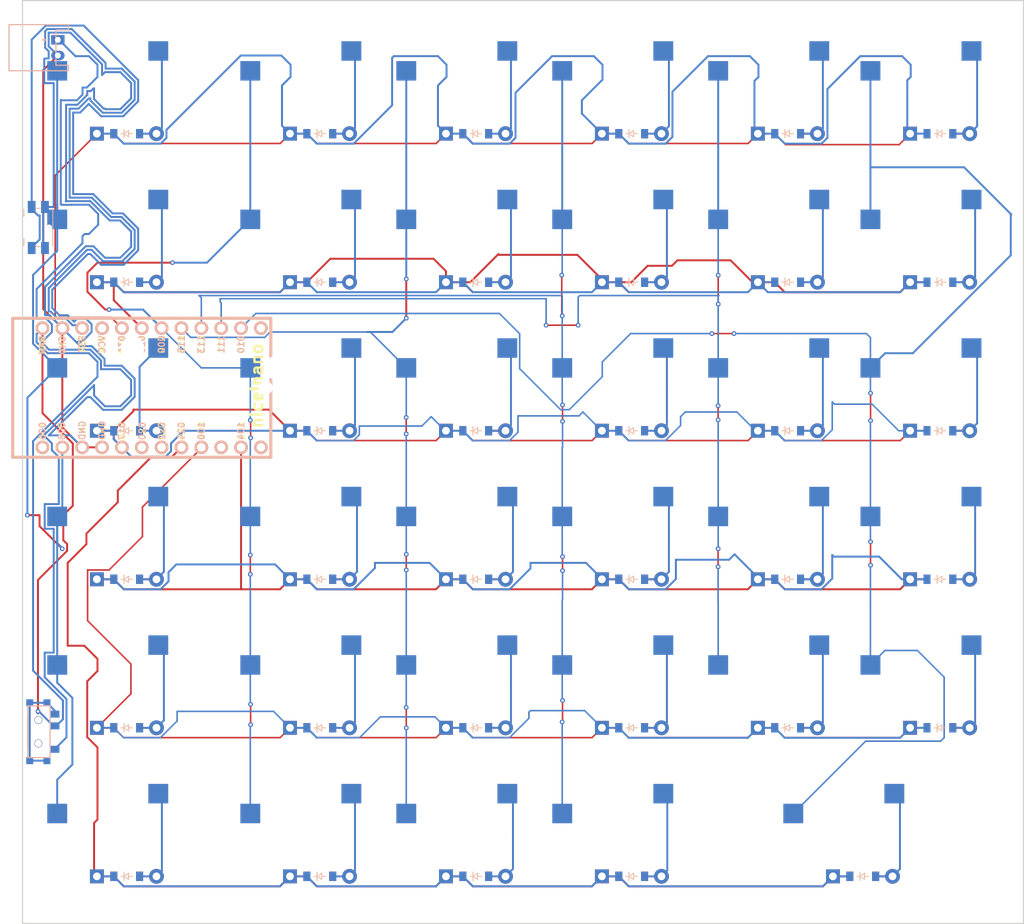
<source format=kicad_pcb>
(kicad_pcb (version 20241229) (generator "pcbnew") (generator_version "9.0")
  (title_block (title "left") (rev "v1.0.0") (company "Unknown"))
  (layers (0 "F.Cu" signal) (2 "B.Cu" signal) (13 "F.Paste" user) (15 "B.Paste" user) (5 "F.SilkS" user "F.Silkscreen") (7 "B.SilkS" user "B.Silkscreen") (1 "F.Mask" user) (3 "B.Mask" user) (25 "Edge.Cuts" user))
  (net 0 "")
  (net 1 "P008")
  (net 2 "pinky_bottombottom")
  (net 3 "pinky_bottom")
  (net 4 "pinky_home")
  (net 5 "pinky_top")
  (net 6 "pinky_num")
  (net 7 "pinky_fn")
  (net 8 "P002")
  (net 9 "ring_bottombottom")
  (net 10 "ring_bottom")
  (net 11 "ring_home")
  (net 12 "ring_top")
  (net 13 "ring_num")
  (net 14 "ring_fn")
  (net 15 "P115")
  (net 16 "middle_bottombottom")
  (net 17 "middle_bottom")
  (net 18 "middle_home")
  (net 19 "middle_top")
  (net 20 "middle_num")
  (net 21 "middle_fn")
  (net 22 "P113")
  (net 23 "index_bottombottom")
  (net 24 "index_bottom")
  (net 25 "index_home")
  (net 26 "index_top")
  (net 27 "index_num")
  (net 28 "index_fn")
  (net 29 "P111")
  (net 30 "inner_bottom")
  (net 31 "inner_home")
  (net 32 "inner_top")
  (net 33 "inner_num")
  (net 34 "inner_fn")
  (net 35 "P010")
  (net 36 "innerinner_bottom")
  (net 37 "innerinner_home")
  (net 38 "innerinner_top")
  (net 39 "innerinner_num")
  (net 40 "innerinner_fn")
  (net 41 "default_default")
  (net 42 "P024")
  (net 43 "P100")
  (net 44 "P104")
  (net 45 "P017")
  (net 46 "P029")
  (net 47 "P031")
  (net 48 "RAW")
  (net 49 "GND")
  (net 50 "RST")
  (net 51 "VCC")
  (net 52 "P009")
  (net 53 "P006")
  (net 54 "P020")
  (net 55 "P022")
  (net 56 "P011")
  (net 57 "P106")
  (net 58 "pos")
  (footprint "E73:SPDT_C128955" (layer "F.Cu") (at 96.345375 187 90)
    (property "Reference" "T1" (hide yes))
    (property "Value" "" (hide yes))
  )
  (footprint "MX" (layer "F.Cu") (at 130.545375 124)
    (property "Reference" "S11" (hide yes))
    (property "Value" "" (hide yes))
  )
  (footprint "MX" (layer "F.Cu") (at 209.870375 105)
    (property "Reference" "S34" (hide yes))
    (property "Value" "" (hide yes))
  )
  (footprint "Panasonic_EVQPUL_EVQPUC" (layer "F.Cu") (at 96.345375 122.5 90)
    (property "Reference" "B1" (hide yes))
    (property "Value" "Panasonic_EVQPUL_EVQPUC" (hide yes))
  )
  (footprint "MX" (layer "F.Cu") (at 130.545375 200)
    (property "Reference" "S7" (hide yes))
    (property "Value" "" (hide yes))
  )
  (footprint "MX" (layer "F.Cu") (at 150.495375 124)
    (property "Reference" "S17" (hide yes))
    (property "Value" "" (hide yes))
  )
  (footprint "ComboDiode" (layer "F.Cu") (at 192.195375 186.5)
    (property "Reference" "D25" (hide yes))
    (property "Value" "" (hide yes))
  )
  (footprint "MX" (layer "F.Cu") (at 170.445375 143)
    (property "Reference" "S22" (hide yes))
    (property "Value" "" (hide yes))
  )
  (footprint "MX" (layer "F.Cu") (at 170.445375 200)
    (property "Reference" "S19" (hide yes))
    (property "Value" "" (hide yes))
  )
  (footprint "MX" (layer "F.Cu") (at 105.845375 181)
    (property "Reference" "S2" (hide yes))
    (property "Value" "" (hide yes))
  )
  (footprint "MX" (layer "F.Cu") (at 150.495375 105)
    (property "Reference" "S18" (hide yes))
    (property "Value" "" (hide yes))
  )
  (footprint "ComboDiode" (layer "F.Cu") (at 152.295375 129.5)
    (property "Reference" "D17" (hide yes))
    (property "Value" "" (hide yes))
  )
  (footprint "MX" (layer "F.Cu") (at 105.845375 124)
    (property "Reference" "S5" (hide yes))
    (property "Value" "" (hide yes))
  )
  (footprint "ComboDiode" (layer "F.Cu") (at 172.245375 205.5)
    (property "Reference" "D19" (hide yes))
    (property "Value" "" (hide yes))
  )
  (footprint "ComboDiode" (layer "F.Cu") (at 132.345375 110.5)
    (property "Reference" "D12" (hide yes))
    (property "Value" "" (hide yes))
  )
  (footprint "MX" (layer "F.Cu") (at 190.395375 124)
    (property "Reference" "S28" (hide yes))
    (property "Value" "" (hide yes))
  )
  (footprint "ComboDiode" (layer "F.Cu") (at 172.245375 148.5)
    (property "Reference" "D22" (hide yes))
    (property "Value" "" (hide yes))
  )
  (footprint "MX" (layer "F.Cu") (at 190.395375 105)
    (property "Reference" "S29" (hide yes))
    (property "Value" "" (hide yes))
  )
  (footprint "ComboDiode" (layer "F.Cu") (at 132.345375 186.5)
    (property "Reference" "D8" (hide yes))
    (property "Value" "" (hide yes))
  )
  (footprint "ComboDiode" (layer "F.Cu") (at 107.645375 148.5)
    (property "Reference" "D4" (hide yes))
    (property "Value" "" (hide yes))
  )
  (footprint "MX" (layer "F.Cu") (at 209.870375 162)
    (property "Reference" "S31" (hide yes))
    (property "Value" "" (hide yes))
  )
  (footprint "MX" (layer "F.Cu") (at 190.395375 181)
    (property "Reference" "S25" (hide yes))
    (property "Value" "" (hide yes))
  )
  (footprint "MX" (layer "F.Cu") (at 105.845375 162)
    (property "Reference" "S3" (hide yes))
    (property "Value" "" (hide yes))
  )
  (footprint "MX" (layer "F.Cu") (at 170.445375 181)
    (property "Reference" "S20" (hide yes))
    (property "Value" "" (hide yes))
  )
  (footprint "MX" (layer "F.Cu") (at 130.545375 162)
    (property "Reference" "S9" (hide yes))
    (property "Value" "" (hide yes))
  )
  (footprint "ComboDiode" (layer "F.Cu") (at 152.295375 186.5)
    (property "Reference" "D14" (hide yes))
    (property "Value" "" (hide yes))
  )
  (footprint "ComboDiode" (layer "F.Cu") (at 201.8 205.5)
    (property "Reference" "D35" (hide yes))
    (property "Value" "" (hide yes))
  )
  (footprint "ComboDiode" (layer "F.Cu") (at 152.295375 205.5)
    (property "Reference" "D13" (hide yes))
    (property "Value" "" (hide yes))
  )
  (footprint "ComboDiode" (layer "F.Cu") (at 211.670375 148.5)
    (property "Reference" "D32" (hide yes))
    (property "Value" "" (hide yes))
  )
  (footprint "ComboDiode" (layer "F.Cu") (at 107.645375 186.5)
    (property "Reference" "D2" (hide yes))
    (property "Value" "" (hide yes))
  )
  (footprint "nice_nano" (layer "F.Cu") (at 110.845375 143)
    (property "Reference" "MCU1" (hide yes))
    (property "Value" "nice_nano" (hide yes))
  )
  (footprint "MX" (layer "F.Cu") (at 170.445375 105)
    (property "Reference" "S24" (hide yes))
    (property "Value" "" (hide yes))
  )
  (footprint "ComboDiode" (layer "F.Cu") (at 211.670375 129.5)
    (property "Reference" "D33" (hide yes))
    (property "Value" "" (hide yes))
  )
  (footprint "MX" (layer "F.Cu") (at 170.445375 124)
    (property "Reference" "S23" (hide yes))
    (property "Value" "" (hide yes))
  )
  (footprint "ComboDiode" (layer "F.Cu") (at 192.195375 148.5)
    (property "Reference" "D27" (hide yes))
    (property "Value" "" (hide yes))
  )
  (footprint "ComboDiode" (layer "F.Cu") (at 211.670375 167.5)
    (property "Reference" "D31" (hide yes))
    (property "Value" "" (hide yes))
  )
  (footprint "MX" (layer "F.Cu") (at 190.395375 143)
    (property "Reference" "S27" (hide yes))
    (property "Value" "" (hide yes))
  )
  (footprint "ComboDiode" (layer "F.Cu") (at 107.645375 167.5)
    (property "Reference" "D3" (hide yes))
    (property "Value" "" (hide yes))
  )
  (footprint "MX" (layer "F.Cu") (at 130.545375 181)
    (property "Reference" "S8" (hide yes))
    (property "Value" "" (hide yes))
  )
  (footprint "ComboDiode" (layer "F.Cu") (at 132.345375 129.5)
    (property "Reference" "D11" (hide yes))
    (property "Value" "" (hide yes))
  )
  (footprint "ComboDiode" (layer "F.Cu") (at 152.295375 167.5)
    (property "Reference" "D15" (hide yes))
    (property "Value" "" (hide yes))
  )
  (footprint "ComboDiode" (layer "F.Cu") (at 192.195375 129.5)
    (property "Reference" "D28" (hide yes))
    (property "Value" "" (hide yes))
  )
  (footprint "ComboDiode" (layer "F.Cu") (at 107.645375 110.5)
    (property "Reference" "D6" (hide yes))
    (property "Value" "" (hide yes))
  )
  (footprint "MX" (layer "F.Cu") (at 200 200)
    (property "Reference" "S35" (hide yes))
    (property "Value" "" (hide yes))
  )
  (footprint "MX" (layer "F.Cu") (at 150.495375 181)
    (property "Reference" "S14" (hide yes))
    (property "Value" "" (hide yes))
  )
  (footprint "MX" (layer "F.Cu") (at 150.495375 143)
    (property "Reference" "S16" (hide yes))
    (property "Value" "" (hide yes))
  )
  (footprint "ComboDiode" (layer "F.Cu") (at 172.245375 110.5)
    (property "Reference" "D24" (hide yes))
    (property "Value" "" (hide yes))
  )
  (footprint "MX" (layer "F.Cu") (at 105.845375 200)
    (property "Reference" "S1" (hide yes))
    (property "Value" "" (hide yes))
  )
  (footprint "MX" (layer "F.Cu") (at 130.545375 143)
    (property "Reference" "S10" (hide yes))
    (property "Value" "" (hide yes))
  )
  (footprint "MX" (layer "F.Cu") (at 150.495375 162)
    (property "Reference" "S15" (hide yes))
    (property "Value" "" (hide yes))
  )
  (footprint "ComboDiode" (layer "F.Cu") (at 172.245375 129.5)
    (property "Reference" "D23" (hide yes))
    (property "Value" "" (hide yes))
  )
  (footprint "MX" (layer "F.Cu") (at 170.445375 162)
    (property "Reference" "S21" (hide yes))
    (property "Value" "" (hide yes))
  )
  (footprint "ComboDiode" (layer "F.Cu") (at 132.345375 148.5)
    (property "Reference" "D10" (hide yes))
    (property "Value" "" (hide yes))
  )
  (footprint "ComboDiode" (layer "F.Cu") (at 132.345375 167.5)
    (property "Reference" "D9" (hide yes))
    (property "Value" "" (hide yes))
  )
  (footprint "MX" (layer "F.Cu") (at 150.495375 200)
    (property "Reference" "S13" (hide yes))
    (property "Value" "" (hide yes))
  )
  (footprint "ComboDiode" (layer "F.Cu") (at 152.295375 148.5)
    (property "Reference" "D16" (hide yes))
    (property "Value" "" (hide yes))
  )
  (footprint "ComboDiode" (layer "F.Cu") (at 107.645375 205.5)
    (property "Reference" "D1" (hide yes))
    (property "Value" "" (hide yes))
  )
  (footprint "ComboDiode" (layer "F.Cu") (at 192.195375 110.5)
    (property "Reference" "D29" (hide yes))
    (property "Value" "" (hide yes))
  )
  (footprint "MX" (layer "F.Cu") (at 130.545375 105)
    (property "Reference" "S12" (hide yes))
    (property "Value" "" (hide yes))
  )
  (footprint "JST_PH_S2B-PH-K_02x2.00mm_Angled" (layer "F.Cu") (at 98.845375 99.5 -90)
    (property "Reference" "JST1" (hide yes))
    (property "Value" "" (hide yes))
  )
  (footprint "ComboDiode" (layer "F.Cu") (at 152.295375 110.5)
    (property "Reference" "D18" (hide yes))
    (property "Value" "" (hide yes))
  )
  (footprint "MX" (layer "F.Cu") (at 105.845375 105)
    (property "Reference" "S6" (hide yes))
    (property "Value" "" (hide yes))
  )
  (footprint "ComboDiode" (layer "F.Cu") (at 192.195375 167.5)
    (property "Reference" "D26" (hide yes))
    (property "Value" "" (hide yes))
  )
  (footprint "MX" (layer "F.Cu") (at 105.845375 143)
    (property "Reference" "S4" (hide yes))
    (property "Value" "" (hide yes))
  )
  (footprint "MX" (layer "F.Cu") (at 190.395375 162)
    (property "Reference" "S26" (hide yes))
    (property "Value" "" (hide yes))
  )
  (footprint "MX" (layer "F.Cu") (at 209.870375 124)
    (property "Reference" "S33" (hide yes))
    (property "Value" "" (hide yes))
  )
  (footprint "MX" (layer "F.Cu") (at 209.870375 143)
    (property "Reference" "S32" (hide yes))
    (property "Value" "" (hide yes))
  )
  (footprint "ComboDiode" (layer "F.Cu") (at 211.670375 110.5)
    (property "Reference" "D34" (hide yes))
    (property "Value" "" (hide yes))
  )
  (footprint "ComboDiode" (layer "F.Cu") (at 211.670375 186.5)
    (property "Reference" "D30" (hide yes))
    (property "Value" "" (hide yes))
  )
  (footprint "ComboDiode" (layer "F.Cu") (at 172.245375 186.5)
    (property "Reference" "D20" (hide yes))
    (property "Value" "" (hide yes))
  )
  (footprint "MX" (layer "F.Cu") (at 209.870375 181)
    (property "Reference" "S30" (hide yes))
    (property "Value" "" (hide yes))
  )
  (footprint "ComboDiode" (layer "F.Cu") (at 132.345375 205.5)
    (property "Reference" "D7" (hide yes))
    (property "Value" "" (hide yes))
  )
  (footprint "ComboDiode" (layer "F.Cu") (at 172.245375 167.5)
    (property "Reference" "D21" (hide yes))
    (property "Value" "" (hide yes))
  )
  (footprint "ComboDiode" (layer "F.Cu") (at 107.645375 129.5)
    (property "Reference" "D5" (hide yes))
    (property "Value" "" (hide yes))
  )
  (gr_line (start 222.370375 211.525) (end 222.370375 93.475) (stroke (width 0.15)) (layer "Edge.Cuts"))
  (gr_line (start 94.320375 211.525) (end 222.370375 211.525) (stroke (width 0.15)) (layer "Edge.Cuts"))
  (gr_line (start 94.320375 211.525) (end 94.320375 93.475) (stroke (width 0.15)) (layer "Edge.Cuts"))
  (gr_line (start 94.320375 93.475) (end 222.370375 93.475) (stroke (width 0.15)) (layer "Edge.Cuts"))
  (segment (start 95.245375 190.7) (end 97.445375 190.7) (width 0.25) (layer "B.Cu") (net 0))
  (segment (start 95.245375 183.3) (end 95.245375 190.7) (width 0.25) (layer "B.Cu") (net 0))
  (segment (start 95.245375 183.3) (end 97.445375 183.3) (width 0.25) (layer "B.Cu") (net 0))
  (segment (start 98.420375 184.275) (end 97.445375 183.3) (width 0.25) (layer "B.Cu") (net 0))
  (segment (start 98.420375 184.75) (end 98.420375 184.275) (width 0.25) (layer "B.Cu") (net 0))
  (segment (start 96.5 159.3) (end 96.5 160.7) (width 0.25) (layer "F.Cu") (net 1))
  (segment (start 94.946375 159.3) (end 96.5 159.3) (width 0.25) (layer "F.Cu") (net 1))
  (segment (start 96.5 160.7) (end 99.4 163.6) (width 0.25) (layer "F.Cu") (net 1))
  (via (at 99.4 163.6) (size 0.6) (drill 0.3) (layers "F.Cu" "B.Cu") (net 1))
  (via (at 94.946375 159.3) (size 0.6) (drill 0.3) (layers "F.Cu" "B.Cu") (net 1))
  (segment (start 98.760375 159.46) (end 98.760375 159.360375) (width 0.25) (layer "B.Cu") (net 1))
  (segment (start 95.673075 137.3727) (end 98.760375 140.46) (width 0.25) (layer "B.Cu") (net 1))
  (segment (start 98.760375 125.487) (end 95.673075 128.5743) (width 0.25) (layer "B.Cu") (net 1))
  (segment (start 95.673075 128.5743) (end 95.673075 137.3727) (width 0.25) (layer "B.Cu") (net 1))
  (segment (start 98.760375 178.46) (end 98.760375 159.46) (width 0.25) (layer "B.Cu") (net 1))
  (segment (start 98.760375 193.139625) (end 100.7 191.2) (width 0.25) (layer "B.Cu") (net 1))
  (segment (start 99.415375 158.705375) (end 99.415375 150.62) (width 0.25) (layer "B.Cu") (net 1))
  (segment (start 98.760375 102.46) (end 98.760375 121.46) (width 0.25) (layer "B.Cu") (net 1))
  (segment (start 98.760375 162.860375) (end 98.760375 159.46) (width 0.25) (layer "B.Cu") (net 1))
  (segment (start 99.4 163.6) (end 99.4 163.5) (width 0.25) (layer "B.Cu") (net 1))
  (segment (start 98.760375 121.46) (end 98.760375 125.487) (width 0.25) (layer "B.Cu") (net 1))
  (segment (start 98.760375 159.360375) (end 99.415375 158.705375) (width 0.25) (layer "B.Cu") (net 1))
  (segment (start 98.760375 140.46) (end 94.946375 144.274) (width 0.25) (layer "B.Cu") (net 1))
  (segment (start 98.760375 197.46) (end 98.760375 193.139625) (width 0.25) (layer "B.Cu") (net 1))
  (segment (start 94.946375 159.3) (end 94.946375 159.353625) (width 0.25) (layer "B.Cu") (net 1))
  (segment (start 100.7 191.2) (end 100.7 182.669724) (width 0.25) (layer "B.Cu") (net 1))
  (segment (start 98.760375 197.46) (end 99.371375 196.849) (width 0.25) (layer "B.Cu") (net 1))
  (segment (start 99.4 163.5) (end 98.760375 162.860375) (width 0.25) (layer "B.Cu") (net 1))
  (segment (start 98.760375 180.730099) (end 98.760375 178.46) (width 0.25) (layer "B.Cu") (net 1))
  (segment (start 94.946375 144.274) (end 94.946375 159.3) (width 0.25) (layer "B.Cu") (net 1))
  (segment (start 99.371375 179.071) (end 98.760375 178.46) (width 0.25) (layer "B.Cu") (net 1))
  (segment (start 98.760375 121.46) (end 98.760375 119.513) (width 0.25) (layer "B.Cu") (net 1))
  (segment (start 100.7 182.669724) (end 98.760375 180.730099) (width 0.25) (layer "B.Cu") (net 1))
  (segment (start 109.295375 205.5) (end 111.455375 205.5) (width 0.2) (layer "F.Cu") (net 2))
  (segment (start 112.152275 195.3849) (end 112.152275 204.8031) (width 0.25) (layer "B.Cu") (net 2))
  (segment (start 112.152275 204.8031) (end 111.455375 205.5) (width 0.25) (layer "B.Cu") (net 2))
  (segment (start 109.295375 205.5) (end 111.455375 205.5) (width 0.25) (layer "B.Cu") (net 2))
  (segment (start 111.687375 194.92) (end 112.152275 195.3849) (width 0.25) (layer "B.Cu") (net 2))
  (segment (start 109.295375 186.5) (end 111.455375 186.5) (width 0.2) (layer "F.Cu") (net 3))
  (segment (start 112.407875 176.6405) (end 112.407875 185.5475) (width 0.25) (layer "B.Cu") (net 3))
  (segment (start 111.687375 175.92) (end 112.407875 176.6405) (width 0.25) (layer "B.Cu") (net 3))
  (segment (start 112.407875 185.5475) (end 111.455375 186.5) (width 0.25) (layer "B.Cu") (net 3))
  (segment (start 109.295375 186.5) (end 111.455375 186.5) (width 0.25) (layer "B.Cu") (net 3))
  (segment (start 111.455375 167.5) (end 109.295375 167.5) (width 0.25) (layer "F.Cu") (net 4))
  (segment (start 112.407875 157.6405) (end 111.687375 156.92) (width 0.25) (layer "B.Cu") (net 4))
  (segment (start 109.295375 167.5) (end 111.455375 167.5) (width 0.25) (layer "B.Cu") (net 4))
  (segment (start 112.407875 166.5475) (end 112.407875 157.6405) (width 0.25) (layer "B.Cu") (net 4))
  (segment (start 111.455375 167.5) (end 112.407875 166.5475) (width 0.25) (layer "B.Cu") (net 4))
  (segment (start 109.295375 148.5) (end 111.455375 148.5) (width 0.2) (layer "F.Cu") (net 5))
  (segment (start 109.295375 140.312) (end 111.687375 137.92) (width 0.25) (layer "B.Cu") (net 5))
  (segment (start 109.295375 148.5) (end 111.455375 148.5) (width 0.25) (layer "B.Cu") (net 5))
  (segment (start 109.295375 148.5) (end 109.295375 140.312) (width 0.25) (layer "B.Cu") (net 5))
  (segment (start 109.295375 129.5) (end 111.455375 129.5) (width 0.2) (layer "F.Cu") (net 6))
  (segment (start 112.152275 128.8031) (end 111.455375 129.5) (width 0.25) (layer "B.Cu") (net 6))
  (segment (start 109.295375 129.5) (end 111.455375 129.5) (width 0.25) (layer "B.Cu") (net 6))
  (segment (start 111.687375 118.92) (end 112.152275 119.3849) (width 0.25) (layer "B.Cu") (net 6))
  (segment (start 112.152275 119.3849) (end 112.152275 128.8031) (width 0.25) (layer "B.Cu") (net 6))
  (segment (start 109.295375 110.5) (end 111.455375 110.5) (width 0.2) (layer "F.Cu") (net 7))
  (segment (start 112.152275 100.3849) (end 112.152275 109.8031) (width 0.25) (layer "B.Cu") (net 7))
  (segment (start 109.295375 110.5) (end 111.455375 110.5) (width 0.25) (layer "B.Cu") (net 7))
  (segment (start 112.152275 109.8031) (end 111.455375 110.5) (width 0.25) (layer "B.Cu") (net 7))
  (segment (start 111.687375 99.92) (end 112.152275 100.3849) (width 0.25) (layer "B.Cu") (net 7))
  (segment (start 123.460375 147.160375) (end 123.5 147.2) (width 0.2) (layer "F.Cu") (net 8))
  (segment (start 113.5 127) (end 103.905375 127) (width 0.25) (layer "F.Cu") (net 8))
  (segment (start 123.5 147.2) (end 123.5 149.4) (width 0.2) (layer "F.Cu") (net 8))
  (segment (start 104.905375 133) (end 105.4 133) (width 0.25) (layer "F.Cu") (net 8))
  (segment (start 123.460375 166.860375) (end 123.5 166.9) (width 0.2) (layer "F.Cu") (net 8))
  (segment (start 102.620375 128.285) (end 102.620375 130.715) (width 0.25) (layer "F.Cu") (net 8))
  (segment (start 123.460375 164.4) (end 123.460375 166.860375) (width 0.2) (layer "F.Cu") (net 8))
  (segment (start 102.620375 130.715) (end 104.905375 133) (width 0.25) (layer "F.Cu") (net 8))
  (segment (start 123.5 183.5) (end 123.5 186.1) (width 0.2) (layer "F.Cu") (net 8))
  (segment (start 103.905375 127) (end 102.620375 128.285) (width 0.25) (layer "F.Cu") (net 8))
  (via (at 113.5 127) (size 0.6) (drill 0.3) (layers "F.Cu" "B.Cu") (net 8))
  (via (at 123.460375 166.860375) (size 0.6) (drill 0.3) (layers "F.Cu" "B.Cu") (net 8))
  (via (at 123.460375 147.160375) (size 0.6) (drill 0.3) (layers "F.Cu" "B.Cu") (net 8))
  (via (at 123.5 186.1) (size 0.6) (drill 0.3) (layers "F.Cu" "B.Cu") (net 8))
  (via (at 123.5 183.5) (size 0.6) (drill 0.3) (layers "F.Cu" "B.Cu") (net 8))
  (via (at 105.4 133) (size 0.6) (drill 0.3) (layers "F.Cu" "B.Cu") (net 8))
  (via (at 123.5 149.4) (size 0.6) (drill 0.3) (layers "F.Cu" "B.Cu") (net 8))
  (via (at 123.460375 164.4) (size 0.6) (drill 0.3) (layers "F.Cu" "B.Cu") (net 8))
  (segment (start 117.920375 127) (end 113.5 127) (width 0.25) (layer "B.Cu") (net 8))
  (segment (start 123.460375 186.139625) (end 123.460375 197.46) (width 0.2) (layer "B.Cu") (net 8))
  (segment (start 123.460375 164.4) (end 123.460375 164.460375) (width 0.2) (layer "B.Cu") (net 8))
  (segment (start 105.4 133) (end 109.735375 133) (width 0.25) (layer "B.Cu") (net 8))
  (segment (start 123.460375 140.46) (end 123.460375 147.160375) (width 0.2) (layer "B.Cu") (net 8))
  (segment (start 123.460375 121.46) (end 117.920375 127) (width 0.25) (layer "B.Cu") (net 8))
  (segment (start 123.460375 149.439625) (end 123.460375 159.46) (width 0.2) (layer "B.Cu") (net 8))
  (segment (start 123.460375 159.46) (end 123.460375 164.4) (width 0.2) (layer "B.Cu") (net 8))
  (segment (start 123.460375 102.46) (end 123.460375 121.46) (width 0.25) (layer "B.Cu") (net 8))
  (segment (start 117.195375 140.46) (end 123.460375 140.46) (width 0.2) (layer "B.Cu") (net 8))
  (segment (start 123.460375 164.460375) (end 123.5 164.5) (width 0.2) (layer "B.Cu") (net 8))
  (segment (start 123.5 149.4) (end 123.460375 149.439625) (width 0.2) (layer "B.Cu") (net 8))
  (segment (start 123.5 186.1) (end 123.460375 186.139625) (width 0.2) (layer "B.Cu") (net 8))
  (segment (start 109.735375 133) (end 112.115375 135.38) (width 0.25) (layer "B.Cu") (net 8))
  (segment (start 123.460375 166.860375) (end 123.460375 178.46) (width 0.2) (layer "B.Cu") (net 8))
  (segment (start 123.460375 178.46) (end 123.460375 183.460375) (width 0.2) (layer "B.Cu") (net 8))
  (segment (start 123.460375 183.460375) (end 123.5 183.5) (width 0.2) (layer "B.Cu") (net 8))
  (segment (start 123.460375 178.46) (end 123.460375 169.244125) (width 0.2) (layer "B.Cu") (net 8))
  (segment (start 112.115375 135.38) (end 117.195375 140.46) (width 0.2) (layer "B.Cu") (net 8))
  (segment (start 133.995375 205.5) (end 136.155375 205.5) (width 0.2) (layer "F.Cu") (net 9))
  (segment (start 133.995375 205.5) (end 136.155375 205.5) (width 0.25) (layer "B.Cu") (net 9))
  (segment (start 136.852275 204.8031) (end 136.155375 205.5) (width 0.25) (layer "B.Cu") (net 9))
  (segment (start 136.852275 195.3849) (end 136.852275 204.8031) (width 0.25) (layer "B.Cu") (net 9))
  (segment (start 136.387375 194.92) (end 136.852275 195.3849) (width 0.25) (layer "B.Cu") (net 9))
  (segment (start 133.995375 186.5) (end 136.155375 186.5) (width 0.2) (layer "F.Cu") (net 10))
  (segment (start 136.852275 176.3849) (end 136.852275 185.8031) (width 0.25) (layer "B.Cu") (net 10))
  (segment (start 133.995375 186.5) (end 136.155375 186.5) (width 0.25) (layer "B.Cu") (net 10))
  (segment (start 136.852275 185.8031) (end 136.155375 186.5) (width 0.25) (layer "B.Cu") (net 10))
  (segment (start 136.387375 175.92) (end 136.852275 176.3849) (width 0.25) (layer "B.Cu") (net 10))
  (segment (start 136.155375 167.5) (end 133.995375 167.5) (width 0.25) (layer "F.Cu") (net 11))
  (segment (start 136.155375 167.5) (end 137.107875 166.5475) (width 0.25) (layer "B.Cu") (net 11))
  (segment (start 137.107875 157.6405) (end 136.387375 156.92) (width 0.25) (layer "B.Cu") (net 11))
  (segment (start 137.107875 166.5475) (end 137.107875 157.6405) (width 0.25) (layer "B.Cu") (net 11))
  (segment (start 133.995375 167.5) (end 136.155375 167.5) (width 0.25) (layer "B.Cu") (net 11))
  (segment (start 133.995375 148.5) (end 136.155375 148.5) (width 0.2) (layer "F.Cu") (net 12))
  (segment (start 136.852275 147.8031) (end 136.155375 148.5) (width 0.25) (layer "B.Cu") (net 12))
  (segment (start 133.995375 148.5) (end 136.155375 148.5) (width 0.25) (layer "B.Cu") (net 12))
  (segment (start 136.852275 138.3849) (end 136.852275 147.8031) (width 0.25) (layer "B.Cu") (net 12))
  (segment (start 136.387375 137.92) (end 136.852275 138.3849) (width 0.25) (layer "B.Cu") (net 12))
  (segment (start 133.995375 129.5) (end 136.155375 129.5) (width 0.2) (layer "F.Cu") (net 13))
  (segment (start 136.387375 118.92) (end 136.852275 119.3849) (width 0.25) (layer "B.Cu") (net 13))
  (segment (start 136.852275 119.3849) (end 136.852275 128.8031) (width 0.25) (layer "B.Cu") (net 13))
  (segment (start 136.852275 128.8031) (end 136.155375 129.5) (width 0.25) (layer "B.Cu") (net 13))
  (segment (start 133.995375 129.5) (end 136.155375 129.5) (width 0.25) (layer "B.Cu") (net 13))
  (segment (start 133.995375 110.5) (end 136.155375 110.5) (width 0.2) (layer "F.Cu") (net 14))
  (segment (start 133.995375 110.5) (end 136.155375 110.5) (width 0.25) (layer "B.Cu") (net 14))
  (segment (start 136.852275 109.8031) (end 136.155375 110.5) (width 0.25) (layer "B.Cu") (net 14))
  (segment (start 136.852275 100.3849) (end 136.852275 109.8031) (width 0.25) (layer "B.Cu") (net 14))
  (segment (start 136.387375 99.92) (end 136.852275 100.3849) (width 0.25) (layer "B.Cu") (net 14))
  (segment (start 143.410375 183.910375) (end 143.4 183.9) (width 0.2) (layer "F.Cu") (net 15))
  (segment (start 143.410375 129.089625) (end 143.410375 134.1) (width 0.25) (layer "F.Cu") (net 15))
  (segment (start 143.410375 164.310375) (end 143.4 164.3) (width 0.2) (layer "F.Cu") (net 15))
  (segment (start 143.410375 134.189625) (end 143.4 134.2) (width 0.25) (layer "F.Cu") (net 15))
  (segment (start 143.410375 166.310375) (end 143.410375 164.310375) (width 0.2) (layer "F.Cu") (net 15))
  (segment (start 143.4 148.9) (end 143.4 146.8) (width 0.2) (layer "F.Cu") (net 15))
  (segment (start 143.410375 186.510375) (end 143.410375 183.910375) (width 0.2) (layer "F.Cu") (net 15))
  (segment (start 143.410375 134.1) (end 143.410375 134.189625) (width 0.25) (layer "F.Cu") (net 15))
  (via (at 143.410375 186.510375) (size 0.6) (drill 0.3) (layers "F.Cu" "B.Cu") (net 15))
  (via (at 143.410375 166.310375) (size 0.6) (drill 0.3) (layers "F.Cu" "B.Cu") (net 15))
  (via (at 143.4 183.9) (size 0.6) (drill 0.3) (layers "F.Cu" "B.Cu") (net 15))
  (via (at 143.410375 134.1) (size 0.6) (drill 0.3) (layers "F.Cu" "B.Cu") (net 15))
  (via (at 143.4 146.8) (size 0.6) (drill 0.3) (layers "F.Cu" "B.Cu") (net 15))
  (via (at 143.410375 164.310375) (size 0.6) (drill 0.3) (layers "F.Cu" "B.Cu") (net 15))
  (via (at 143.410375 129.089625) (size 0.6) (drill 0.3) (layers "F.Cu" "B.Cu") (net 15))
  (via (at 143.4 148.9) (size 0.6) (drill 0.3) (layers "F.Cu" "B.Cu") (net 15))
  (segment (start 143.410375 197.46) (end 143.410375 189.689625) (width 0.2) (layer "B.Cu") (net 15))
  (segment (start 138.4 135.867654) (end 125.992675 135.867654) (width 0.2) (layer "B.Cu") (net 15))
  (segment (start 125.992675 135.867654) (end 125.303029 136.5573) (width 0.2) (layer "B.Cu") (net 15))
  (segment (start 143.410375 148.910375) (end 143.4 148.9) (width 0.2) (layer "B.Cu") (net 15))
  (segment (start 143.410375 134.1) (end 141.642721 135.867654) (width 0.25) (layer "B.Cu") (net 15))
  (segment (start 143.410375 189.689625) (end 143.410375 186.510375) (width 0.2) (layer "B.Cu") (net 15))
  (segment (start 143.410375 129.089625) (end 143.4 129.1) (width 0.25) (layer "B.Cu") (net 15))
  (segment (start 115.832675 136.5573) (end 114.655375 135.38) (width 0.2) (layer "B.Cu") (net 15))
  (segment (start 143.410375 164.310375) (end 143.410375 159.46) (width 0.2) (layer "B.Cu") (net 15))
  (segment (start 143.410375 140.46) (end 138.818029 135.867654) (width 0.2) (layer "B.Cu") (net 15))
  (segment (start 143.410375 159.46) (end 143.410375 148.910375) (width 0.2) (layer "B.Cu") (net 15))
  (segment (start 143.410375 123.730099) (end 143.410375 129.089625) (width 0.25) (layer "B.Cu") (net 15))
  (segment (start 143.410375 170.010375) (end 143.4 170) (width 0.2) (layer "B.Cu") (net 15))
  (segment (start 143.410375 146.789625) (end 143.410375 140.46) (width 0.2) (layer "B.Cu") (net 15))
  (segment (start 143.410375 102.46) (end 143.410375 121.46) (width 0.25) (layer "B.Cu") (net 15))
  (segment (start 143.410375 183.889625) (end 143.410375 178.46) (width 0.2) (layer "B.Cu") (net 15))
  (segment (start 143.4 146.8) (end 143.410375 146.789625) (width 0.2) (layer "B.Cu") (net 15))
  (segment (start 141.642721 135.867654) (end 138.4 135.867654) (width 0.25) (layer "B.Cu") (net 15))
  (segment (start 138.818029 135.867654) (end 138.4 135.867654) (width 0.2) (layer "B.Cu") (net 15))
  (segment (start 143.410375 178.46) (end 143.410375 170.010375) (width 0.2) (layer "B.Cu") (net 15))
  (segment (start 143.4 183.9) (end 143.410375 183.889625) (width 0.2) (layer "B.Cu") (net 15))
  (segment (start 143.410375 121.46) (end 143.410375 123.730099) (width 0.25) (layer "B.Cu") (net 15))
  (segment (start 143.410375 170.010375) (end 143.410375 166.310375) (width 0.2) (layer "B.Cu") (net 15))
  (segment (start 125.303029 136.5573) (end 115.832675 136.5573) (width 0.2) (layer "B.Cu") (net 15))
  (segment (start 153.945375 205.5) (end 156.105375 205.5) (width 0.2) (layer "F.Cu") (net 16))
  (segment (start 157.057875 204.5475) (end 156.105375 205.5) (width 0.25) (layer "B.Cu") (net 16))
  (segment (start 153.945375 205.5) (end 156.105375 205.5) (width 0.25) (layer "B.Cu") (net 16))
  (segment (start 156.337375 194.92) (end 157.057875 195.6405) (width 0.25) (layer "B.Cu") (net 16))
  (segment (start 157.057875 195.6405) (end 157.057875 204.5475) (width 0.25) (layer "B.Cu") (net 16))
  (segment (start 153.945375 186.5) (end 156.105375 186.5) (width 0.2) (layer "F.Cu") (net 17))
  (segment (start 153.945375 186.5) (end 156.105375 186.5) (width 0.25) (layer "B.Cu") (net 17))
  (segment (start 156.337375 175.92) (end 156.802275 176.3849) (width 0.25) (layer "B.Cu") (net 17))
  (segment (start 156.802275 185.8031) (end 156.105375 186.5) (width 0.25) (layer "B.Cu") (net 17))
  (segment (start 156.802275 176.3849) (end 156.802275 185.8031) (width 0.25) (layer "B.Cu") (net 17))
  (segment (start 156.105375 167.5) (end 153.945375 167.5) (width 0.25) (layer "F.Cu") (net 18))
  (segment (start 157.057875 157.6405) (end 156.337375 156.92) (width 0.25) (layer "B.Cu") (net 18))
  (segment (start 157.057875 166.5475) (end 157.057875 157.6405) (width 0.25) (layer "B.Cu") (net 18))
  (segment (start 153.945375 167.5) (end 156.105375 167.5) (width 0.25) (layer "B.Cu") (net 18))
  (segment (start 156.105375 167.5) (end 157.057875 166.5475) (width 0.25) (layer "B.Cu") (net 18))
  (segment (start 156.105375 148.5) (end 153.945375 148.5) (width 0.25) (layer "F.Cu") (net 19))
  (segment (start 156.105375 148.5) (end 153.945375 148.5) (width 0.25) (layer "B.Cu") (net 19))
  (segment (start 156.337375 137.92) (end 156.802275 138.3849) (width 0.25) (layer "B.Cu") (net 19))
  (segment (start 156.802275 147.8031) (end 156.105375 148.5) (width 0.25) (layer "B.Cu") (net 19))
  (segment (start 156.802275 138.3849) (end 156.802275 147.8031) (width 0.25) (layer "B.Cu") (net 19))
  (segment (start 153.945375 129.5) (end 156.105375 129.5) (width 0.2) (layer "F.Cu") (net 20))
  (segment (start 153.945375 129.5) (end 156.105375 129.5) (width 0.25) (layer "B.Cu") (net 20))
  (segment (start 156.337375 118.92) (end 156.802275 119.3849) (width 0.25) (layer "B.Cu") (net 20))
  (segment (start 156.802275 119.3849) (end 156.802275 128.8031) (width 0.25) (layer "B.Cu") (net 20))
  (segment (start 156.802275 128.8031) (end 156.105375 129.5) (width 0.25) (layer "B.Cu") (net 20))
  (segment (start 153.945375 110.5) (end 156.105375 110.5) (width 0.2) (layer "F.Cu") (net 21))
  (segment (start 156.337375 99.92) (end 156.802275 100.3849) (width 0.25) (layer "B.Cu") (net 21))
  (segment (start 156.802275 100.3849) (end 156.802275 109.8031) (width 0.25) (layer "B.Cu") (net 21))
  (segment (start 153.945375 110.5) (end 156.105375 110.5) (width 0.25) (layer "B.Cu") (net 21))
  (segment (start 156.802275 109.8031) (end 156.105375 110.5) (width 0.25) (layer "B.Cu") (net 21))
  (segment (start 163.4 147.3) (end 163.4 145.2) (width 0.2) (layer "F.Cu") (net 22))
  (segment (start 163.3 133.739625) (end 163.3 128.6) (width 0.2) (layer "F.Cu") (net 22))
  (segment (start 163.4 166.4) (end 163.4 164.6) (width 0.2) (layer "F.Cu") (net 22))
  (segment (start 163.35 185.75) (end 163.4 185.7) (width 0.2) (layer "F.Cu") (net 22))
  (segment (start 163.360375 133.8) (end 163.3 133.739625) (width 0.2) (layer "F.Cu") (net 22))
  (segment (start 163.4 185.7) (end 163.4 183) (width 0.2) (layer "F.Cu") (net 22))
  (via (at 163.3 128.6) (size 0.6) (drill 0.3) (layers "F.Cu" "B.Cu") (net 22))
  (via (at 163.35 185.75) (size 0.6) (drill 0.3) (layers "F.Cu" "B.Cu") (net 22))
  (via (at 163.4 183) (size 0.6) (drill 0.3) (layers "F.Cu" "B.Cu") (net 22))
  (via (at 163.4 166.4) (size 0.6) (drill 0.3) (layers "F.Cu" "B.Cu") (net 22))
  (via (at 163.360375 133.8) (size 0.6) (drill 0.3) (layers "F.Cu" "B.Cu") (net 22))
  (via (at 163.4 147.3) (size 0.6) (drill 0.3) (layers "F.Cu" "B.Cu") (net 22))
  (via (at 163.4 145.2) (size 0.6) (drill 0.3) (layers "F.Cu" "B.Cu") (net 22))
  (via (at 163.4 164.6) (size 0.6) (drill 0.3) (layers "F.Cu" "B.Cu") (net 22))
  (segment (start 117.195375 131.499875) (end 117.195375 135.38) (width 0.2) (layer "B.Cu") (net 22))
  (segment (start 163.360375 128.539625) (end 163.360375 121.46) (width 0.2) (layer "B.Cu") (net 22))
  (segment (start 163.360375 182.960375) (end 163.360375 178.46) (width 0.2) (layer "B.Cu") (net 22))
  (segment (start 116.9 131.2045) (end 117.195375 131.499875) (width 0.2) (layer "B.Cu") (net 22))
  (segment (start 163.35 185.75) (end 163.3 185.7) (width 0.2) (layer "B.Cu") (net 22))
  (segment (start 163.360375 170.140625) (end 163.4 170.101) (width 0.2) (layer "B.Cu") (net 22))
  (segment (start 163.360375 178.46) (end 163.360375 170.140625) (width 0.2) (layer "B.Cu") (net 22))
  (segment (start 163.360375 133.8) (end 163.360375 131.264875) (width 0.2) (layer "B.Cu") (net 22))
  (segment (start 163.3 128.6) (end 163.360375 128.539625) (width 0.2) (layer "B.Cu") (net 22))
  (segment (start 163.360375 197.46) (end 163.360375 185.760375) (width 0.2) (layer "B.Cu") (net 22))
  (segment (start 163.4 183) (end 163.360375 182.960375) (width 0.2) (layer "B.Cu") (net 22))
  (segment (start 163.360375 131.264875) (end 163.3 131.2045) (width 0.2) (layer "B.Cu") (net 22))
  (segment (start 163.3 131.2045) (end 116.9 131.2045) (width 0.2) (layer "B.Cu") (net 22))
  (segment (start 163.360375 164.560375) (end 163.360375 159.46) (width 0.2) (layer "B.Cu") (net 22))
  (segment (start 163.360375 102.46) (end 163.360375 121.46) (width 0.25) (layer "B.Cu") (net 22))
  (segment (start 163.360375 150.639625) (end 163.4 150.6) (width 0.2) (layer "B.Cu") (net 22))
  (segment (start 163.360375 140.46) (end 163.360375 133.8) (width 0.2) (layer "B.Cu") (net 22))
  (segment (start 163.360375 185.760375) (end 163.35 185.75) (width 0.2) (layer "B.Cu") (net 22))
  (segment (start 163.4 145.2) (end 163.360375 145.160375) (width 0.2) (layer "B.Cu") (net 22))
  (segment (start 163.4 170.101) (end 163.4 166.4) (width 0.2) (layer "B.Cu") (net 22))
  (segment (start 163.360375 145.160375) (end 163.360375 140.46) (width 0.2) (layer "B.Cu") (net 22))
  (segment (start 163.360375 159.46) (end 163.360375 150.639625) (width 0.2) (layer "B.Cu") (net 22))
  (segment (start 163.4 150.6) (end 163.4 147.3) (width 0.2) (layer "B.Cu") (net 22))
  (segment (start 163.4 164.6) (end 163.360375 164.560375) (width 0.2) (layer "B.Cu") (net 22))
  (segment (start 173.895375 205.5) (end 176.055375 205.5) (width 0.2) (layer "F.Cu") (net 23))
  (segment (start 173.895375 205.5) (end 176.055375 205.5) (width 0.25) (layer "B.Cu") (net 23))
  (segment (start 176.287375 194.92) (end 176.8 195.432625) (width 0.25) (layer "B.Cu") (net 23))
  (segment (start 176.8 204.755375) (end 176.055375 205.5) (width 0.25) (layer "B.Cu") (net 23))
  (segment (start 176.8 195.432625) (end 176.8 204.755375) (width 0.25) (layer "B.Cu") (net 23))
  (segment (start 173.895375 186.5) (end 176.055375 186.5) (width 0.2) (layer "F.Cu") (net 24))
  (segment (start 176.752275 185.8031) (end 176.055375 186.5) (width 0.25) (layer "B.Cu") (net 24))
  (segment (start 176.287375 175.92) (end 176.752275 176.3849) (width 0.25) (layer "B.Cu") (net 24))
  (segment (start 176.055375 186.5) (end 173.895375 186.5) (width 0.25) (layer "B.Cu") (net 24))
  (segment (start 176.752275 176.3849) (end 176.752275 185.8031) (width 0.25) (layer "B.Cu") (net 24))
  (segment (start 176.055375 167.5) (end 173.895375 167.5) (width 0.25) (layer "F.Cu") (net 25))
  (segment (start 177.007875 157.6405) (end 176.287375 156.92) (width 0.25) (layer "B.Cu") (net 25))
  (segment (start 173.895375 167.5) (end 176.055375 167.5) (width 0.25) (layer "B.Cu") (net 25))
  (segment (start 177.007875 166.5475) (end 177.007875 157.6405) (width 0.25) (layer "B.Cu") (net 25))
  (segment (start 176.055375 167.5) (end 177.007875 166.5475) (width 0.25) (layer "B.Cu") (net 25))
  (segment (start 173.895375 148.5) (end 176.055375 148.5) (width 0.2) (layer "F.Cu") (net 26))
  (segment (start 173.895375 148.5) (end 176.055375 148.5) (width 0.25) (layer "B.Cu") (net 26))
  (segment (start 176.287375 137.92) (end 176.752275 138.3849) (width 0.25) (layer "B.Cu") (net 26))
  (segment (start 176.752275 147.8031) (end 176.055375 148.5) (width 0.25) (layer "B.Cu") (net 26))
  (segment (start 176.752275 138.3849) (end 176.752275 147.8031) (width 0.25) (layer "B.Cu") (net 26))
  (segment (start 173.895375 129.5) (end 176.055375 129.5) (width 0.2) (layer "F.Cu") (net 27))
  (segment (start 173.895375 129.5) (end 176.055375 129.5) (width 0.25) (layer "B.Cu") (net 27))
  (segment (start 176.287375 118.92) (end 176.752275 119.3849) (width 0.25) (layer "B.Cu") (net 27))
  (segment (start 176.752275 119.3849) (end 176.752275 128.8031) (width 0.25) (layer "B.Cu") (net 27))
  (segment (start 176.752275 128.8031) (end 176.055375 129.5) (width 0.25) (layer "B.Cu") (net 27))
  (segment (start 173.895375 110.5) (end 176.055375 110.5) (width 0.2) (layer "F.Cu") (net 28))
  (segment (start 173.895375 110.5) (end 176.055375 110.5) (width 0.25) (layer "B.Cu") (net 28))
  (segment (start 176.055375 110.5) (end 177.007875 109.5475) (width 0.25) (layer "B.Cu") (net 28))
  (segment (start 177.007875 109.5475) (end 177.007875 100.6405) (width 0.25) (layer "B.Cu") (net 28))
  (segment (start 177.007875 100.6405) (end 176.287375 99.92) (width 0.25) (layer "B.Cu") (net 28))
  (segment (start 183.3 147.1) (end 183.3 145.3) (width 0.2) (layer "F.Cu") (net 29))
  (segment (start 165.4 135) (end 161.3 135) (width 0.2) (layer "F.Cu") (net 29))
  (segment (start 183.3 165.9) (end 183.3 163.6) (width 0.2) (layer "F.Cu") (net 29))
  (segment (start 183.310375 132.3) (end 183.310375 128.610375) (width 0.2) (layer "F.Cu") (net 29))
  (segment (start 183.3 145.3) (end 183.3 145.2) (width 0.2) (layer "F.Cu") (net 29))
  (segment (start 183.310375 128.610375) (end 183.3 128.6) (width 0.2) (layer "F.Cu") (net 29))
  (via (at 183.3 145.3) (size 0.6) (drill 0.3) (layers "F.Cu" "B.Cu") (net 29))
  (via (at 183.310375 128.610375) (size 0.6) (drill 0.3) (layers "F.Cu" "B.Cu") (net 29))
  (via (at 165.4 135) (size 0.6) (drill 0.3) (layers "F.Cu" "B.Cu") (net 29))
  (via (at 183.3 165.9) (size 0.6) (drill 0.3) (layers "F.Cu" "B.Cu") (net 29))
  (via (at 183.3 163.6) (size 0.6) (drill 0.3) (layers "F.Cu" "B.Cu") (net 29))
  (via (at 183.3 147.1) (size 0.6) (drill 0.3) (layers "F.Cu" "B.Cu") (net 29))
  (via (at 183.310375 132.3) (size 0.6) (drill 0.3) (layers "F.Cu" "B.Cu") (net 29))
  (via (at 161.3 135) (size 0.6) (drill 0.3) (layers "F.Cu" "B.Cu") (net 29))
  (segment (start 183.310375 140.46) (end 183.310375 132.3) (width 0.2) (layer "B.Cu") (net 29))
  (segment (start 183.3 170.502) (end 183.3 165.9) (width 0.2) (layer "B.Cu") (net 29))
  (segment (start 183.310375 170.512375) (end 183.3 170.502) (width 0.2) (layer "B.Cu") (net 29))
  (segment (start 119.735375 132.135375) (end 119.735375 135.38) (width 0.2) (layer "B.Cu") (net 29))
  (segment (start 183.310375 132.3) (end 183.310375 131.294125) (width 0.2) (layer "B.Cu") (net 29))
  (segment (start 183.4 131.2045) (end 165.5955 131.2045) (width 0.2) (layer "B.Cu") (net 29))
  (segment (start 161.3 135) (end 161.3 131.6055) (width 0.2) (layer "B.Cu") (net 29))
  (segment (start 119.6 131.6055) (end 119.6 132) (width 0.2) (layer "B.Cu") (net 29))
  (segment (start 183.3 163.6) (end 183.310375 163.589625) (width 0.2) (layer "B.Cu") (net 29))
  (segment (start 165.5955 131.2045) (end 165.4 131.4) (width 0.2) (layer "B.Cu") (net 29))
  (segment (start 161.3 131.6055) (end 119.6 131.6055) (width 0.2) (layer "B.Cu") (net 29))
  (segment (start 183.310375 159.46) (end 183.310375 147.110375) (width 0.2) (layer "B.Cu") (net 29))
  (segment (start 119.6 132) (end 119.735375 132.135375) (width 0.2) (layer "B.Cu") (net 29))
  (segment (start 183.310375 178.46) (end 183.310375 170.512375) (width 0.2) (layer "B.Cu") (net 29))
  (segment (start 183.310375 128.610375) (end 183.310375 121.46) (width 0.2) (layer "B.Cu") (net 29))
  (segment (start 183.310375 145.289625) (end 183.310375 140.46) (width 0.2) (layer "B.Cu") (net 29))
  (segment (start 183.310375 102.46) (end 183.310375 121.46) (width 0.25) (layer "B.Cu") (net 29))
  (segment (start 183.3 145.3) (end 183.310375 145.289625) (width 0.2) (layer "B.Cu") (net 29))
  (segment (start 183.310375 163.589625) (end 183.310375 159.46) (width 0.2) (layer "B.Cu") (net 29))
  (segment (start 183.310375 147.110375) (end 183.3 147.1) (width 0.2) (layer "B.Cu") (net 29))
  (segment (start 165.4 132.7) (end 165.4 135) (width 0.2) (layer "B.Cu") (net 29))
  (segment (start 165.4 131.4) (end 165.4 132.7) (width 0.2) (layer "B.Cu") (net 29))
  (segment (start 183.310375 131.294125) (end 183.4 131.2045) (width 0.2) (layer "B.Cu") (net 29))
  (segment (start 193.845375 186.5) (end 196.005375 186.5) (width 0.2) (layer "F.Cu") (net 30))
  (segment (start 193.845375 186.5) (end 196.005375 186.5) (width 0.25) (layer "B.Cu") (net 30))
  (segment (start 196.702275 185.8031) (end 196.005375 186.5) (width 0.25) (layer "B.Cu") (net 30))
  (segment (start 196.702275 176.3849) (end 196.702275 185.8031) (width 0.25) (layer "B.Cu") (net 30))
  (segment (start 196.237375 175.92) (end 196.702275 176.3849) (width 0.25) (layer "B.Cu") (net 30))
  (segment (start 196.005375 167.5) (end 193.845375 167.5) (width 0.25) (layer "F.Cu") (net 31))
  (segment (start 196.237375 156.92) (end 196.702275 157.3849) (width 0.25) (layer "B.Cu") (net 31))
  (segment (start 196.005375 167.5) (end 193.845375 167.5) (width 0.25) (layer "B.Cu") (net 31))
  (segment (start 196.702275 166.8031) (end 196.005375 167.5) (width 0.25) (layer "B.Cu") (net 31))
  (segment (start 196.702275 157.3849) (end 196.702275 166.8031) (width 0.25) (layer "B.Cu") (net 31))
  (segment (start 193.845375 148.5) (end 196.005375 148.5) (width 0.2) (layer "F.Cu") (net 32))
  (segment (start 196.702275 138.3849) (end 196.702275 147.8031) (width 0.25) (layer "B.Cu") (net 32))
  (segment (start 196.702275 147.8031) (end 196.005375 148.5) (width 0.25) (layer "B.Cu") (net 32))
  (segment (start 196.005375 148.5) (end 193.845375 148.5) (width 0.25) (layer "B.Cu") (net 32))
  (segment (start 196.237375 137.92) (end 196.702275 138.3849) (width 0.25) (layer "B.Cu") (net 32))
  (segment (start 193.845375 129.5) (end 196.005375 129.5) (width 0.2) (layer "F.Cu") (net 33))
  (segment (start 196.702275 128.8031) (end 196.005375 129.5) (width 0.25) (layer "B.Cu") (net 33))
  (segment (start 196.237375 118.92) (end 196.702275 119.3849) (width 0.25) (layer "B.Cu") (net 33))
  (segment (start 196.005375 129.5) (end 193.845375 129.5) (width 0.25) (layer "B.Cu") (net 33))
  (segment (start 196.702275 119.3849) (end 196.702275 128.8031) (width 0.25) (layer "B.Cu") (net 33))
  (segment (start 193.845375 110.5) (end 196.005375 110.5) (width 0.25) (layer "F.Cu") (net 34))
  (segment (start 196.237375 99.92) (end 196.702275 100.3849) (width 0.25) (layer "B.Cu") (net 34))
  (segment (start 196.702275 109.8031) (end 196.005375 110.5) (width 0.25) (layer "B.Cu") (net 34))
  (segment (start 196.005375 110.5) (end 193.845375 110.5) (width 0.25) (layer "B.Cu") (net 34))
  (segment (start 196.702275 100.3849) (end 196.702275 109.8031) (width 0.25) (layer "B.Cu") (net 34))
  (segment (start 185.331 136.069) (end 182.5 136.069) (width 0.2) (layer "F.Cu") (net 35))
  (segment (start 182.5 136.069) (end 182.4 136.069) (width 0.2) (layer "F.Cu") (net 35))
  (segment (start 202.8 143.7) (end 202.9 143.6) (width 0.2) (layer "F.Cu") (net 35))
  (segment (start 202.8 165.7) (end 202.8 162.7) (width 0.2) (layer "F.Cu") (net 35))
  (segment (start 202.8 147.2) (end 202.8 143.7) (width 0.2) (layer "F.Cu") (net 35))
  (via (at 202.8 162.7) (size 0.6) (drill 0.3) (layers "F.Cu" "B.Cu") (net 35))
  (via (at 202.8 143.7) (size 0.6) (drill 0.3) (layers "F.Cu" "B.Cu") (net 35))
  (via (at 185.331 136.069) (size 0.6) (drill 0.3) (layers "F.Cu" "B.Cu") (net 35))
  (via (at 202.8 147.2) (size 0.6) (drill 0.3) (layers "F.Cu" "B.Cu") (net 35))
  (via (at 202.8 165.7) (size 0.6) (drill 0.3) (layers "F.Cu" "B.Cu") (net 35))
  (via (at 182.5 136.069) (size 0.6) (drill 0.3) (layers "F.Cu" "B.Cu") (net 35))
  (segment (start 155.32575 133.499) (end 124.156375 133.499) (width 0.2) (layer "B.Cu") (net 35))
  (segment (start 185.331 136.069) (end 185.2 136.2) (width 0.2) (layer "B.Cu") (net 35))
  (segment (start 168.486375 139.693291) (end 168.486375 141.578743) (width 0.2) (layer "B.Cu") (net 35))
  (segment (start 203.40731 159.46) (end 202.785375 159.46) (width 0.25) (layer "B.Cu") (net 35))
  (segment (start 192.915 197.46) (end 202.1705 188.2045) (width 0.2) (layer "B.Cu") (net 35))
  (segment (start 204.636375 176.609) (end 202.785375 178.46) (width 0.2) (layer "B.Cu") (net 35))
  (segment (start 164.264118 145.801) (end 163.151057 145.801) (width 0.2) (layer "B.Cu") (net 35))
  (segment (start 220.734688 120.765312) (end 220.734688 126.05376) (width 0.25) (layer "B.Cu") (net 35))
  (segment (start 168.486375 141.578743) (end 164.264118 145.801) (width 0.2) (layer "B.Cu") (net 35))
  (segment (start 212.215275 187.7551) (end 212.215275 180.028711) (width 0.2) (layer "B.Cu") (net 35))
  (segment (start 204.661375 138.584) (end 202.785375 140.46) (width 0.25) (layer "B.Cu") (net 35))
  (segment (start 202.269 136.069) (end 185.331 136.069) (width 0.2) (layer "B.Cu") (net 35))
  (segment (start 202.785375 178.46) (end 202.785375 170.917625) (width 0.2) (layer "B.Cu") (net 35))
  (segment (start 220.734688 120.765312) (end 220.8 120.830625) (width 0.25) (layer "B.Cu") (net 35))
  (segment (start 202.785375 143.685375) (end 202.785375 140.46) (width 0.2) (layer "B.Cu") (net 35))
  (segment (start 208.795564 176.609) (end 204.636375 176.609) (width 0.2) (layer "B.Cu") (net 35))
  (segment (start 202.8 143.7) (end 202.785375 143.685375) (width 0.2) (layer "B.Cu") (net 35))
  (segment (start 202.785375 147.214625) (end 202.8 147.2) (width 0.2) (layer "B.Cu") (net 35))
  (segment (start 208.204448 138.584) (end 204.661375 138.584) (width 0.25) (layer "B.Cu") (net 35))
  (segment (start 220.734688 126.05376) (end 208.204448 138.584) (width 0.25) (layer "B.Cu") (net 35))
  (segment (start 182.5 136.069) (end 172.110666 136.069) (width 0.2) (layer "B.Cu") (net 35))
  (segment (start 202.785375 162.685375) (end 202.785375 159.46) (width 0.2) (layer "B.Cu") (net 35))
  (segment (start 212.215275 180.028711) (end 208.795564 176.609) (width 0.2) (layer "B.Cu") (net 35))
  (segment (start 202.785375 114.8) (end 214.769375 114.8) (width 0.25) (layer "B.Cu") (net 35))
  (segment (start 202.785375 121.46) (end 202.785375 114.8) (width 0.25) (layer "B.Cu") (net 35))
  (segment (start 202.785375 170.917625) (end 202.8 170.903) (width 0.2) (layer "B.Cu") (net 35))
  (segment (start 163.151057 145.801) (end 157.913375 140.563318) (width 0.2) (layer "B.Cu") (net 35))
  (segment (start 202.785375 140.46) (end 202.785375 136.585375) (width 0.2) (layer "B.Cu") (net 35))
  (segment (start 214.769375 114.8) (end 220.734688 120.765312) (width 0.25) (layer "B.Cu") (net 35))
  (segment (start 124.156375 133.499) (end 122.275375 135.38) (width 0.2) (layer "B.Cu") (net 35))
  (segment (start 202.1705 188.2045) (end 211.765875 188.2045) (width 0.2) (layer "B.Cu") (net 35))
  (segment (start 202.785375 136.585375) (end 202.4 136.2) (width 0.2) (layer "B.Cu") (net 35))
  (segment (start 157.913375 136.086625) (end 155.32575 133.499) (width 0.2) (layer "B.Cu") (net 35))
  (segment (start 202.785375 170.917625) (end 202.785375 165.714625) (width 0.2) (layer "B.Cu") (net 35))
  (segment (start 172.110666 136.069) (end 168.486375 139.693291) (width 0.2) (layer "B.Cu") (net 35))
  (segment (start 202.785375 159.46) (end 202.785375 147.214625) (width 0.2) (layer "B.Cu") (net 35))
  (segment (start 211.765875 188.2045) (end 212.215275 187.7551) (width 0.2) (layer "B.Cu") (net 35))
  (segment (start 157.913375 140.563318) (end 157.913375 136.086625) (width 0.2) (layer "B.Cu") (net 35))
  (segment (start 202.785375 114.8) (end 202.785375 102.46) (width 0.25) (layer "B.Cu") (net 35))
  (segment (start 202.4 136.2) (end 202.269 136.069) (width 0.2) (layer "B.Cu") (net 35))
  (segment (start 202.785375 165.714625) (end 202.8 165.7) (width 0.2) (layer "B.Cu") (net 35))
  (segment (start 202.8 162.7) (end 202.785375 162.685375) (width 0.2) (layer "B.Cu") (net 35))
  (segment (start 213.320375 186.5) (end 215.480375 186.5) (width 0.25) (layer "F.Cu") (net 36))
  (segment (start 216.177275 176.3849) (end 216.177275 185.8031) (width 0.25) (layer "B.Cu") (net 36))
  (segment (start 215.712375 175.92) (end 216.177275 176.3849) (width 0.25) (layer "B.Cu") (net 36))
  (segment (start 215.480375 186.5) (end 213.320375 186.5) (width 0.25) (layer "B.Cu") (net 36))
  (segment (start 216.177275 185.8031) (end 215.480375 186.5) (width 0.25) (layer "B.Cu") (net 36))
  (segment (start 213.320375 167.5) (end 215.480375 167.5) (width 0.2) (layer "F.Cu") (net 37))
  (segment (start 216.177275 166.8031) (end 215.480375 167.5) (width 0.25) (layer "B.Cu") (net 37))
  (segment (start 215.712375 156.92) (end 216.177275 157.3849) (width 0.25) (layer "B.Cu") (net 37))
  (segment (start 216.177275 157.3849) (end 216.177275 166.8031) (width 0.25) (layer "B.Cu") (net 37))
  (segment (start 215.480375 167.5) (end 213.320375 167.5) (width 0.25) (layer "B.Cu") (net 37))
  (segment (start 215.480375 148.5) (end 213.320375 148.5) (width 0.25) (layer "F.Cu") (net 38))
  (segment (start 215.480375 148.5) (end 213.320375 148.5) (width 0.25) (layer "B.Cu") (net 38))
  (segment (start 216.432875 147.5475) (end 215.480375 148.5) (width 0.25) (layer "B.Cu") (net 38))
  (segment (start 216.432875 138.6405) (end 216.432875 147.5475) (width 0.25) (layer "B.Cu") (net 38))
  (segment (start 215.712375 137.92) (end 216.432875 138.6405) (width 0.25) (layer "B.Cu") (net 38))
  (segment (start 213.320375 129.5) (end 215.480375 129.5) (width 0.2) (layer "F.Cu") (net 39))
  (segment (start 213.320375 129.5) (end 215.480375 129.5) (width 0.25) (layer "B.Cu") (net 39))
  (segment (start 216.177275 128.8031) (end 215.480375 129.5) (width 0.25) (layer "B.Cu") (net 39))
  (segment (start 216.177275 119.3849) (end 216.177275 128.8031) (width 0.25) (layer "B.Cu") (net 39))
  (segment (start 215.712375 118.92) (end 216.177275 119.3849) (width 0.25) (layer "B.Cu") (net 39))
  (segment (start 215.480375 110.5) (end 213.320375 110.5) (width 0.25) (layer "F.Cu") (net 40))
  (segment (start 215.480375 110.5) (end 216.432875 109.5475) (width 0.25) (layer "B.Cu") (net 40))
  (segment (start 216.432875 109.5475) (end 216.432875 100.6405) (width 0.25) (layer "B.Cu") (net 40))
  (segment (start 213.320375 110.5) (end 215.480375 110.5) (width 0.25) (layer "B.Cu") (net 40))
  (segment (start 216.432875 100.6405) (end 215.712375 99.92) (width 0.25) (layer "B.Cu") (net 40))
  (segment (start 205.61 205.5) (end 203.45 205.5) (width 0.25) (layer "F.Cu") (net 41))
  (segment (start 205.61 205.5) (end 203.45 205.5) (width 0.25) (layer "B.Cu") (net 41))
  (segment (start 206.5625 195.6405) (end 205.842 194.92) (width 0.25) (layer "B.Cu") (net 41))
  (segment (start 205.61 205.5) (end 206.5625 204.5475) (width 0.25) (layer "B.Cu") (net 41))
  (segment (start 206.5625 204.5475) (end 206.5625 195.6405) (width 0.25) (layer "B.Cu") (net 41))
  (segment (start 151.923875 206.7785) (end 167.156875 206.7785) (width 0.25) (layer "F.Cu") (net 42))
  (segment (start 102.6 187.694625) (end 103.911375 189.006) (width 0.25) (layer "F.Cu") (net 42))
  (segment (start 128.535375 205.5) (end 130.695375 205.5) (width 0.25) (layer "F.Cu") (net 42))
  (segment (start 113.453075 151.8223) (end 110.83001 151.8223) (width 0.25) (layer "F.Cu") (net 42))
  (segment (start 168.435375 205.5) (end 170.595375 205.5) (width 0.25) (layer "F.Cu") (net 42))
  (segment (start 102.6 180.54844) (end 102.6 187.694625) (width 0.25) (layer "F.Cu") (net 42))
  (segment (start 107.273875 206.7785) (end 127.256875 206.7785) (width 0.25) (layer "F.Cu") (net 42))
  (segment (start 171.873875 206.7785) (end 170.595375 205.5) (width 0.25) (layer "F.Cu") (net 42))
  (segment (start 197.99 205.5) (end 196.7115 206.7785) (width 0.25) (layer "F.Cu") (net 42))
  (segment (start 106.509375 156.142935) (end 106.509375 157.639065) (width 0.25) (layer "F.Cu") (net 42))
  (segment (start 103.911375 179.237065) (end 102.6 180.54844) (width 0.25) (layer "F.Cu") (net 42))
  (segment (start 103.475475 198.672965) (end 103.475475 205.1401) (width 0.25) (layer "F.Cu") (net 42))
  (segment (start 103.911375 198.237065) (end 103.475475 198.672965) (width 0.25) (layer "F.Cu") (net 42))
  (segment (start 105.995375 205.5) (end 107.273875 206.7785) (width 0.25) (layer "F.Cu") (net 42))
  (segment (start 127.256875 206.7785) (end 128.535375 205.5) (width 0.25) (layer "F.Cu") (net 42))
  (segment (start 196.7115 206.7785) (end 171.873875 206.7785) (width 0.25) (layer "F.Cu") (net 42))
  (segment (start 147.206875 206.7785) (end 148.485375 205.5) (width 0.25) (layer "F.Cu") (net 42))
  (segment (start 100.1 165.4) (end 100.1 176) (width 0.25) (layer "F.Cu") (net 42))
  (segment (start 167.156875 206.7785) (end 168.435375 205.5) (width 0.25) (layer "F.Cu") (net 42))
  (segment (start 150.645375 205.5) (end 151.923875 206.7785) (width 0.25) (layer "F.Cu") (net 42))
  (segment (start 103.475475 205.1401) (end 103.835375 205.5) (width 0.25) (layer "F.Cu") (net 42))
  (segment (start 100.1 176) (end 102.22844 176) (width 0.25) (layer "F.Cu") (net 42))
  (segment (start 103.911375 189.006) (end 103.911375 198.237065) (width 0.25) (layer "F.Cu") (net 42))
  (segment (start 200.15 205.5) (end 197.99 205.5) (width 0.25) (layer "F.Cu") (net 42))
  (segment (start 102.5 161.64844) (end 102.5 163) (width 0.25) (layer "F.Cu") (net 42))
  (segment (start 148.485375 205.5) (end 150.645375 205.5) (width 0.25) (layer "F.Cu") (net 42))
  (segment (start 130.695375 205.5) (end 131.973875 206.7785) (width 0.25) (layer "F.Cu") (net 42))
  (segment (start 103.835375 205.5) (end 105.995375 205.5) (width 0.25) (layer "F.Cu") (net 42))
  (segment (start 103.911375 177.682935) (end 103.911375 179.237065) (width 0.25) (layer "F.Cu") (net 42))
  (segment (start 114.655375 150.62) (end 113.453075 151.8223) (width 0.25) (layer "F.Cu") (net 42))
  (segment (start 106.509375 157.639065) (end 102.5 161.64844) (width 0.25) (layer "F.Cu") (net 42))
  (segment (start 102.5 163) (end 100.1 165.4) (width 0.25) (layer "F.Cu") (net 42))
  (segment (start 102.22844 176) (end 103.911375 177.682935) (width 0.25) (layer "F.Cu") (net 42))
  (segment (start 110.83001 151.8223) (end 106.509375 156.142935) (width 0.25) (layer "F.Cu") (net 42))
  (segment (start 131.973875 206.7785) (end 147.206875 206.7785) (width 0.25) (layer "F.Cu") (net 42))
  (segment (start 170.595375 205.5) (end 168.435375 205.5) (width 0.25) (layer "B.Cu") (net 42))
  (segment (start 105.995375 205.5) (end 103.835375 205.5) (width 0.25) (layer "B.Cu") (net 42))
  (segment (start 168.435375 205.5) (end 167.156875 206.7785) (width 0.25) (layer "B.Cu") (net 42))
  (segment (start 131.973875 206.7785) (end 130.695375 205.5) (width 0.25) (layer "B.Cu") (net 42))
  (segment (start 147.206875 206.7785) (end 131.973875 206.7785) (width 0.25) (layer "B.Cu") (net 42))
  (segment (start 196.7115 206.7785) (end 171.873875 206.7785) (width 0.25) (layer "B.Cu") (net 42))
  (segment (start 130.695375 205.5) (end 128.535375 205.5) (width 0.25) (layer "B.Cu") (net 42))
  (segment (start 127.256875 206.7785) (end 107.273875 206.7785) (width 0.25) (layer "B.Cu") (net 42))
  (segment (start 200.15 205.5) (end 197.99 205.5) (width 0.25) (layer "B.Cu") (net 42))
  (segment (start 197.99 205.5) (end 196.7115 206.7785) (width 0.25) (layer "B.Cu") (net 42))
  (segment (start 167.156875 206.7785) (end 151.923875 206.7785) (width 0.25) (layer "B.Cu") (net 42))
  (segment (start 171.873875 206.7785) (end 170.595375 205.5) (width 0.25) (layer "B.Cu") (net 42))
  (segment (start 148.485375 205.5) (end 147.206875 206.7785) (width 0.25) (layer "B.Cu") (net 42))
  (segment (start 151.923875 206.7785) (end 150.645375 205.5) (width 0.25) (layer "B.Cu") (net 42))
  (segment (start 150.645375 205.5) (end 148.485375 205.5) (width 0.25) (layer "B.Cu") (net 42))
  (segment (start 107.273875 206.7785) (end 105.995375 205.5) (width 0.25) (layer "B.Cu") (net 42))
  (segment (start 128.535375 205.5) (end 127.256875 206.7785) (width 0.25) (layer "B.Cu") (net 42))
  (segment (start 127.281875 187.7535) (end 128.535375 186.5) (width 0.2) (layer "F.Cu") (net 43))
  (segment (start 109.661542 162.038458) (end 109.661542 158.261542) (width 0.2) (layer "F.Cu") (net 43))
  (segment (start 130.695375 186.5) (end 128.535375 186.5) (width 0.2) (layer "F.Cu") (net 43))
  (segment (start 151.898875 187.7535) (end 150.645375 186.5) (width 0.2) (layer "F.Cu") (net 43))
  (segment (start 105.39 166.31) (end 109.661542 162.038458) (width 0.2) (layer "F.Cu") (net 43))
  (segment (start 207.860375 186.5) (end 206.606875 187.7535) (width 0.2) (layer "F.Cu") (net 43))
  (segment (start 191.798875 187.7535) (end 190.545375 186.5) (width 0.2) (layer "F.Cu") (net 43))
  (segment (start 105.995375 186.5) (end 103.835375 186.5) (width 0.2) (layer "F.Cu") (net 43))
  (segment (start 131.948875 187.7535) (end 130.695375 186.5) (width 0.2) (layer "F.Cu") (net 43))
  (segment (start 107.248875 187.7535) (end 127.281875 187.7535) (width 0.2) (layer "F.Cu") (net 43))
  (segment (start 148.485375 186.5) (end 147.231875 187.7535) (width 0.2) (layer "F.Cu") (net 43))
  (segment (start 117.195375 150.727709) (end 117.195375 150.62) (width 0.2) (layer "F.Cu") (net 43))
  (segment (start 168.435375 186.5) (end 167.181875 187.7535) (width 0.2) (layer "F.Cu") (net 43))
  (segment (start 102.645375 166.31) (end 105.39 166.31) (width 0.2) (layer "F.Cu") (net 43))
  (segment (start 109.661542 158.261542) (end 117.195375 150.727709) (width 0.2) (layer "F.Cu") (net 43))
  (segment (start 210.020375 186.5) (end 207.860375 186.5) (width 0.2) (layer "F.Cu") (net 43))
  (segment (start 170.595375 186.5) (end 168.435375 186.5) (width 0.2) (layer "F.Cu") (net 43))
  (segment (start 167.181875 187.7535) (end 151.898875 187.7535) (width 0.2) (layer "F.Cu") (net 43))
  (segment (start 102.645375 172.797709) (end 102.645375 166.31) (width 0.2) (layer "F.Cu") (net 43))
  (segment (start 108.190275 178.342609) (end 102.645375 172.797709) (width 0.2) (layer "F.Cu") (net 43))
  (segment (start 171.848875 187.7535) (end 170.595375 186.5) (width 0.2) (layer "F.Cu") (net 43))
  (segment (start 105.995375 186.5) (end 107.248875 187.7535) (width 0.2) (layer "F.Cu") (net 43))
  (segment (start 190.545375 186.5) (end 188.385375 186.5) (width 0.2) (layer "F.Cu") (net 43))
  (segment (start 188.385375 186.5) (end 187.131875 187.7535) (width 0.2) (layer "F.Cu") (net 43))
  (segment (start 206.606875 187.7535) (end 191.798875 187.7535) (width 0.2) (layer "F.Cu") (net 43))
  (segment (start 150.645375 186.5) (end 148.485375 186.5) (width 0.2) (layer "F.Cu") (net 43))
  (segment (start 103.835375 186.5) (end 108.190275 182.1451) (width 0.2) (layer "F.Cu") (net 43))
  (segment (start 187.131875 187.7535) (end 171.848875 187.7535) (width 0.2) (layer "F.Cu") (net 43))
  (segment (start 108.190275 182.1451) (end 108.190275 178.342609) (width 0.2) (layer "F.Cu") (net 43))
  (segment (start 147.231875 187.7535) (end 131.948875 187.7535) (width 0.2) (layer "F.Cu") (net 43))
  (segment (start 107.248875 187.7535) (end 105.995375 186.5) (width 0.2) (layer "B.Cu") (net 43))
  (segment (start 147.085375 185.1) (end 140.1 185.1) (width 0.2) (layer "B.Cu") (net 43))
  (segment (start 191.823875 187.7785) (end 190.545375 186.5) (width 0.25) (layer "B.Cu") (net 43))
  (segment (start 210.020375 186.5) (end 207.860375 186.5) (width 0.25) (layer "B.Cu") (net 43))
  (segment (start 111.974592 187.7535) (end 107.248875 187.7535) (width 0.2) (layer "B.Cu") (net 43))
  (segment (start 170.595375 186.5) (end 168.435375 186.5) (width 0.25) (layer "B.Cu") (net 43))
  (segment (start 156.624592 187.7535) (end 151.898875 187.7535) (width 0.2) (layer "B.Cu") (net 43))
  (segment (start 207.860375 186.5) (end 206.581875 187.7785) (width 0.25) (layer "B.Cu") (net 43))
  (segment (start 159.1 184.5) (end 159.1 185.278092) (width 0.2) (layer "B.Cu") (net 43))
  (segment (start 188.385375 186.5) (end 187.106875 187.7785) (width 0.25) (layer "B.Cu") (net 43))
  (segment (start 171.873875 187.7785) (end 170.595375 186.5) (width 0.25) (layer "B.Cu") (net 43))
  (segment (start 137.4465 187.7535) (end 131.948875 187.7535) (width 0.2) (layer "B.Cu") (net 43))
  (segment (start 151.923875 187.7785) (end 150.645375 186.5) (width 0.25) (layer "B.Cu") (net 43))
  (segment (start 150.645375 186.5) (end 148.485375 186.5) (width 0.25) (layer "B.Cu") (net 43))
  (segment (start 128.535375 186.5) (end 126.435375 184.4) (width 0.2) (layer "B.Cu") (net 43))
  (segment (start 105.995375 186.5) (end 103.835375 186.5) (width 0.25) (layer "B.Cu") (net 43))
  (segment (start 159.1 185.278092) (end 156.624592 187.7535) (width 0.2) (layer "B.Cu") (net 43))
  (segment (start 166.235375 184.3) (end 159.3 184.3) (width 0.2) (layer "B.Cu") (net 43))
  (segment (start 187.106875 187.7785) (end 171.873875 187.7785) (width 0.25) (layer "B.Cu") (net 43))
  (segment (start 148.485375 186.5) (end 147.085375 185.1) (width 0.2) (layer "B.Cu") (net 43))
  (segment (start 130.695375 186.5) (end 128.535375 186.5) (width 0.25) (layer "B.Cu") (net 43))
  (segment (start 190.545375 186.5) (end 188.385375 186.5) (width 0.25) (layer "B.Cu") (net 43))
  (segment (start 159.3 184.3) (end 159.1 184.5) (width 0.2) (layer "B.Cu") (net 43))
  (segment (start 168.435375 186.5) (end 166.235375 184.3) (width 0.2) (layer "B.Cu") (net 43))
  (segment (start 126.435375 184.4) (end 114.1 184.4) (width 0.2) (layer "B.Cu") (net 43))
  (segment (start 114.1 185.628092) (end 111.974592 187.7535) (width 0.2) (layer "B.Cu") (net 43))
  (segment (start 151.898875 187.7535) (end 150.645375 186.5) (width 0.2) (layer "B.Cu") (net 43))
  (segment (start 131.948875 187.7535) (end 130.695375 186.5) (width 0.2) (layer "B.Cu") (net 43))
  (segment (start 131.973875 187.7785) (end 130.695375 186.5) (width 0.25) (layer "B.Cu") (net 43))
  (segment (start 114.1 184.4) (end 114.1 185.628092) (width 0.2) (layer "B.Cu") (net 43))
  (segment (start 140.1 185.1) (end 137.4465 187.7535) (width 0.2) (layer "B.Cu") (net 43))
  (segment (start 206.581875 187.7785) (end 191.823875 187.7785) (width 0.25) (layer "B.Cu") (net 43))
  (segment (start 191.823875 168.7785) (end 206.581875 168.7785) (width 0.25) (layer "F.Cu") (net 44))
  (segment (start 127.256875 168.7785) (end 128.535375 167.5) (width 0.25) (layer "F.Cu") (net 44))
  (segment (start 107.273875 168.7785) (end 122.4 168.7785) (width 0.25) (layer "F.Cu") (net 44))
  (segment (start 130.695375 167.5) (end 131.973875 168.7785) (width 0.25) (layer "F.Cu") (net 44))
  (segment (start 150.645375 167.5) (end 151.923875 168.7785) (width 0.25) (layer "F.Cu") (net 44))
  (segment (start 103.835375 167.5) (end 105.995375 167.5) (width 0.25) (layer "F.Cu") (net 44))
  (segment (start 128.535375 167.5) (end 130.695375 167.5) (width 0.25) (layer "F.Cu") (net 44))
  (segment (start 122.275375 168.653875) (end 122.275375 150.62) (width 0.25) (layer "F.Cu") (net 44))
  (segment (start 122.4 168.7785) (end 127.256875 168.7785) (width 0.25) (layer "F.Cu") (net 44))
  (segment (start 206.581875 168.7785) (end 207.860375 167.5) (width 0.25) (layer "F.Cu") (net 44))
  (segment (start 170.595375 167.5) (end 171.873875 168.7785) (width 0.25) (layer "F.Cu") (net 44))
  (segment (start 151.923875 168.7785) (end 167.156875 168.7785) (width 0.25) (layer "F.Cu") (net 44))
  (segment (start 122.4 168.7785) (end 122.275375 168.653875) (width 0.25) (layer "F.Cu") (net 44))
  (segment (start 171.873875 168.7785) (end 187.106875 168.7785) (width 0.25) (layer "F.Cu") (net 44))
  (segment (start 131.973875 168.7785) (end 147.206875 168.7785) (width 0.25) (layer "F.Cu") (net 44))
  (segment (start 168.435375 167.5) (end 170.595375 167.5) (width 0.25) (layer "F.Cu") (net 44))
  (segment (start 207.860375 167.5) (end 210.020375 167.5) (width 0.25) (layer "F.Cu") (net 44))
  (segment (start 167.156875 168.7785) (end 168.435375 167.5) (width 0.25) (layer "F.Cu") (net 44))
  (segment (start 190.545375 167.5) (end 191.823875 168.7785) (width 0.25) (layer "F.Cu") (net 44))
  (segment (start 105.995375 167.5) (end 107.273875 168.7785) (width 0.25) (layer "F.Cu") (net 44))
  (segment (start 147.206875 168.7785) (end 148.485375 167.5) (width 0.25) (layer "F.Cu") (net 44))
  (segment (start 148.485375 167.5) (end 150.645375 167.5) (width 0.25) (layer "F.Cu") (net 44))
  (segment (start 187.106875 168.7785) (end 188.385375 167.5) (width 0.25) (layer "F.Cu") (net 44))
  (segment (start 188.385375 167.5) (end 190.545375 167.5) (width 0.25) (layer "F.Cu") (net 44))
  (segment (start 197.9 164.4) (end 197.9 167.413448) (width 0.25) (layer "B.Cu") (net 44))
  (segment (start 107.273875 168.7785) (end 105.995375 167.5) (width 0.25) (layer "B.Cu") (net 44))
  (segment (start 185.4 164.3) (end 184.7 165) (width 0.25) (layer "B.Cu") (net 44))
  (segment (start 105.995375 167.5) (end 103.835375 167.5) (width 0.25) (layer "B.Cu") (net 44))
  (segment (start 114 165.6) (end 113 166.6) (width 0.25) (layer "B.Cu") (net 44))
  (segment (start 207.860375 167.5) (end 206.8 167.5) (width 0.25) (layer "B.Cu") (net 44))
  (segment (start 166.4 165.4) (end 159.3 165.4) (width 0.25) (layer "B.Cu") (net 44))
  (segment (start 148.485375 167.485375) (end 146.4 165.4) (width 0.25) (layer "B.Cu") (net 44))
  (segment (start 111.984948 168.7785) (end 107.273875 168.7785) (width 0.25) (layer "B.Cu") (net 44))
  (segment (start 168.435375 167.435375) (end 166.4 165.4) (width 0.25) (layer "B.Cu") (net 44))
  (segment (start 159.3 165.4) (end 159.3 166.113448) (width 0.25) (layer "B.Cu") (net 44))
  (segment (start 198.1 164.6) (end 197.9 164.4) (width 0.25) (layer "B.Cu") (net 44))
  (segment (start 177.9 165) (end 177.9 167.463448) (width 0.25) (layer "B.Cu") (net 44))
  (segment (start 188.385375 167.285375) (end 185.4 164.3) (width 0.25) (layer "B.Cu") (net 44))
  (segment (start 150.645375 167.5) (end 148.485375 167.5) (width 0.25) (layer "B.Cu") (net 44))
  (segment (start 113 167.763448) (end 111.984948 168.7785) (width 0.25) (layer "B.Cu") (net 44))
  (segment (start 139.4 166.063448) (end 136.684948 168.7785) (width 0.25) (layer "B.Cu") (net 44))
  (segment (start 184.7 165) (end 177.9 165) (width 0.25) (layer "B.Cu") (net 44))
  (segment (start 197.9 167.413448) (end 196.534948 168.7785) (width 0.25) (layer "B.Cu") (net 44))
  (segment (start 176.584948 168.7785) (end 171.873875 168.7785) (width 0.25) (layer "B.Cu") (net 44))
  (segment (start 113 166.6) (end 113 167.763448) (width 0.25) (layer "B.Cu") (net 44))
  (segment (start 210.020375 167.5) (end 207.860375 167.5) (width 0.25) (layer "B.Cu") (net 44))
  (segment (start 131.973875 168.7785) (end 130.695375 167.5) (width 0.25) (layer "B.Cu") (net 44))
  (segment (start 148.485375 167.5) (end 148.485375 167.485375) (width 0.25) (layer "B.Cu") (net 44))
  (segment (start 139.4 165.4) (end 139.4 166.063448) (width 0.25) (layer "B.Cu") (net 44))
  (segment (start 190.545375 167.5) (end 188.385375 167.5) (width 0.25) (layer "B.Cu") (net 44))
  (segment (start 188.385375 167.5) (end 188.385375 167.285375) (width 0.25) (layer "B.Cu") (net 44))
  (segment (start 136.684948 168.7785) (end 131.973875 168.7785) (width 0.25) (layer "B.Cu") (net 44))
  (segment (start 177.9 167.463448) (end 176.584948 168.7785) (width 0.25) (layer "B.Cu") (net 44))
  (segment (start 156.634948 168.7785) (end 151.923875 168.7785) (width 0.25) (layer "B.Cu") (net 44))
  (segment (start 168.435375 167.5) (end 168.435375 167.435375) (width 0.25) (layer "B.Cu") (net 44))
  (segment (start 170.595375 167.5) (end 168.435375 167.5) (width 0.25) (layer "B.Cu") (net 44))
  (segment (start 196.534948 168.7785) (end 191.823875 168.7785) (width 0.25) (layer "B.Cu") (net 44))
  (segment (start 128.535375 167.5) (end 126.635375 165.6) (width 0.25) (layer "B.Cu") (net 44))
  (segment (start 171.873875 168.7785) (end 170.595375 167.5) (width 0.25) (layer "B.Cu") (net 44))
  (segment (start 203.9 164.6) (end 198.1 164.6) (width 0.25) (layer "B.Cu") (net 44))
  (segment (start 159.3 166.113448) (end 156.634948 168.7785) (width 0.25) (layer "B.Cu") (net 44))
  (segment (start 130.695375 167.5) (end 128.535375 167.5) (width 0.25) (layer "B.Cu") (net 44))
  (segment (start 191.823875 168.7785) (end 190.545375 167.5) (width 0.25) (layer "B.Cu") (net 44))
  (segment (start 151.923875 168.7785) (end 150.645375 167.5) (width 0.25) (layer "B.Cu") (net 44))
  (segment (start 146.4 165.4) (end 139.4 165.4) (width 0.25) (layer "B.Cu") (net 44))
  (segment (start 126.635375 165.6) (end 114 165.6) (width 0.25) (layer "B.Cu") (net 44))
  (segment (start 206.8 167.5) (end 203.9 164.6) (width 0.25) (layer "B.Cu") (net 44))
  (segment (start 167.181875 149.7535) (end 151.898875 149.7535) (width 0.2) (layer "F.Cu") (net 45))
  (segment (start 171.848875 149.7535) (end 170.595375 148.5) (width 0.2) (layer "F.Cu") (net 45))
  (segment (start 131.948875 149.7535) (end 130.695375 148.5) (width 0.2) (layer "F.Cu") (net 45))
  (segment (start 210.020375 148.5) (end 207.860375 148.5) (width 0.2) (layer "F.Cu") (net 45))
  (segment (start 206.606875 149.7535) (end 191.798875 149.7535) (width 0.2) (layer "F.Cu") (net 45))
  (segment (start 187.131875 149.7535) (end 171.848875 149.7535) (width 0.2) (layer "F.Cu") (net 45))
  (segment (start 105.995375 149.58) (end 107.035375 150.62) (width 0.25) (layer "F.Cu") (net 45))
  (segment (start 125.835375 145.8) (end 108.5 145.8) (width 0.25) (layer "F.Cu") (net 45))
  (segment (start 147.231875 149.7535) (end 131.948875 149.7535) (width 0.2) (layer "F.Cu") (net 45))
  (segment (start 191.798875 149.7535) (end 190.545375 148.5) (width 0.2) (layer "F.Cu") (net 45))
  (segment (start 170.595375 148.5) (end 168.435375 148.5) (width 0.2) (layer "F.Cu") (net 45))
  (segment (start 128.535375 148.5) (end 125.835375 145.8) (width 0.25) (layer "F.Cu") (net 45))
  (segment (start 128.535375 148.5) (end 130.695375 148.5) (width 0.25) (layer "F.Cu") (net 45))
  (segment (start 190.545375 148.5) (end 188.385375 148.5) (width 0.2) (layer "F.Cu") (net 45))
  (segment (start 103.835375 148.5) (end 105.995375 148.5) (width 0.25) (layer "F.Cu") (net 45))
  (segment (start 168.435375 148.5) (end 167.181875 149.7535) (width 0.2) (layer "F.Cu") (net 45))
  (segment (start 207.860375 148.5) (end 206.606875 149.7535) (width 0.2) (layer "F.Cu") (net 45))
  (segment (start 108.5 145.8) (end 108.5 145.995375) (width 0.25) (layer "F.Cu") (net 45))
  (segment (start 188.385375 148.5) (end 187.131875 149.7535) (width 0.2) (layer "F.Cu") (net 45))
  (segment (start 148.485375 148.5) (end 147.231875 149.7535) (width 0.2) (layer "F.Cu") (net 45))
  (segment (start 150.645375 148.5) (end 148.485375 148.5) (width 0.2) (layer "F.Cu") (net 45))
  (segment (start 105.995375 148.5) (end 105.995375 149.58) (width 0.25) (layer "F.Cu") (net 45))
  (segment (start 108.5 145.995375) (end 105.995375 148.5) (width 0.25) (layer "F.Cu") (net 45))
  (segment (start 151.898875 149.7535) (end 150.645375 148.5) (width 0.2) (layer "F.Cu") (net 45))
  (segment (start 157.7 148.678092) (end 156.624592 149.7535) (width 0.2) (layer "B.Cu") (net 45))
  (segment (start 165.5 146.6) (end 157.7 146.6) (width 0.2) (layer "B.Cu") (net 45))
  (segment (start 207.860375 148.5) (end 206.4 148.5) (width 0.2) (layer "B.Cu") (net 45))
  (segment (start 113.317675 150.121991) (end 113.317675 151.118009) (width 0.25) (layer "B.Cu") (net 45))
  (segment (start 178.5 147.828092) (end 176.574592 149.7535) (width 0.2) (layer "B.Cu") (net 45))
  (segment (start 148.4 148.5) (end 146.6 146.7) (width 0.2) (layer "B.Cu") (net 45))
  (segment (start 157.7 146.6) (end 157.7 148.678092) (width 0.2) (layer "B.Cu") (net 45))
  (segment (start 179.1 146.1) (end 178.5 146.7) (width 0.2) (layer "B.Cu") (net 45))
  (segment (start 137.408875 147.908875) (end 137.408875 149.019217) (width 0.2) (layer "B.Cu") (net 45))
  (segment (start 197.9 148.378092) (end 196.524592 149.7535) (width 0.2) (layer "B.Cu") (net 45))
  (segment (start 197.9 144.8) (end 197.9 148.378092) (width 0.2) (layer "B.Cu") (net 45))
  (segment (start 146.6 146.7) (end 145.4 147.9) (width 0.2) (layer "B.Cu") (net 45))
  (segment (start 150.645375 148.5) (end 151.923875 149.7785) (width 0.25) (layer "B.Cu") (net 45))
  (segment (start 206.4 148.5) (end 203 145.1) (width 0.2) (layer "B.Cu") (net 45))
  (segment (start 105.995375 148.5) (end 105.995375 149.58) (width 0.25) (layer "B.Cu") (net 45))
  (segment (start 108.237675 151.8223) (end 107.035375 150.62) (width 0.25) (layer "B.Cu") (net 45))
  (segment (start 148.485375 148.5) (end 150.645375 148.5) (width 0.25) (layer "B.Cu") (net 45))
  (segment (start 148.485375 148.5) (end 148.4 148.5) (width 0.2) (layer "B.Cu") (net 45))
  (segment (start 168.435375 148.5) (end 170.595375 148.5) (width 0.25) (layer "B.Cu") (net 45))
  (segment (start 188.385375 148.5) (end 190.545375 148.5) (width 0.25) (layer "B.Cu") (net 45))
  (segment (start 168.435375 148.5) (end 168.4 148.5) (width 0.2) (layer "B.Cu") (net 45))
  (segment (start 168.4 148.5) (end 166 146.1) (width 0.2) (layer "B.Cu") (net 45))
  (segment (start 130.695375 148.5) (end 131.973875 149.7785) (width 0.25) (layer "B.Cu") (net 45))
  (segment (start 176.574592 149.7535) (end 171.848875 149.7535) (width 0.2) (layer "B.Cu") (net 45))
  (segment (start 166 146.1) (end 165.5 146.6) (width 0.2) (layer "B.Cu") (net 45))
  (segment (start 196.524592 149.7535) (end 191.798875 149.7535) (width 0.2) (layer "B.Cu") (net 45))
  (segment (start 185.7 146.1) (end 179.1 146.1) (width 0.2) (layer "B.Cu") (net 45))
  (segment (start 145.4 147.9) (end 137.4 147.9) (width 0.2) (layer "B.Cu") (net 45))
  (segment (start 156.624592 149.7535) (end 151.898875 149.7535) (width 0.2) (layer "B.Cu") (net 45))
  (segment (start 131.948875 149.7535) (end 130.695375 148.5) (width 0.2) (layer "B.Cu") (net 45))
  (segment (start 207.860375 148.5) (end 210.020375 148.5) (width 0.25) (layer "B.Cu") (net 45))
  (segment (start 198.2 145.1) (end 197.9 144.8) (width 0.2) (layer "B.Cu") (net 45))
  (segment (start 151.898875 149.7535) (end 150.645375 148.5) (width 0.2) (layer "B.Cu") (net 45))
  (segment (start 128.535375 148.5) (end 130.695375 148.5) (width 0.25) (layer "B.Cu") (net 45))
  (segment (start 128.535375 148.5) (end 114.939666 148.5) (width 0.25) (layer "B.Cu") (net 45))
  (segment (start 105.995375 149.58) (end 107.035375 150.62) (width 0.25) (layer "B.Cu") (net 45))
  (segment (start 113.317675 151.118009) (end 112.613384 151.8223) (width 0.25) (layer "B.Cu") (net 45))
  (segment (start 114.939666 148.5) (end 113.317675 150.121991) (width 0.25) (layer "B.Cu") (net 45))
  (segment (start 178.5 146.7) (end 178.5 147.828092) (width 0.2) (layer "B.Cu") (net 45))
  (segment (start 171.848875 149.7535) (end 170.595375 148.5) (width 0.2) (layer "B.Cu") (net 45))
  (segment (start 137.408875 149.019217) (end 136.674592 149.7535) (width 0.2) (layer "B.Cu") (net 45))
  (segment (start 188.385375 148.5) (end 188.1 148.5) (width 0.2) (layer "B.Cu") (net 45))
  (segment (start 137.4 147.9) (end 137.408875 147.908875) (width 0.2) (layer "B.Cu") (net 45))
  (segment (start 136.674592 149.7535) (end 131.948875 149.7535) (width 0.2) (layer "B.Cu") (net 45))
  (segment (start 188.1 148.5) (end 185.7 146.1) (width 0.2) (layer "B.Cu") (net 45))
  (segment (start 112.613384 151.8223) (end 108.237675 151.8223) (width 0.25) (layer "B.Cu") (net 45))
  (segment (start 203 145.1) (end 198.2 145.1) (width 0.2) (layer "B.Cu") (net 45))
  (segment (start 170.595375 148.5) (end 171.873875 149.7785) (width 0.25) (layer "B.Cu") (net 45))
  (segment (start 191.798875 149.7535) (end 190.545375 148.5) (width 0.2) (layer "B.Cu") (net 45))
  (segment (start 190.545375 148.5) (end 191.823875 149.7785) (width 0.25) (layer "B.Cu") (net 45))
  (segment (start 103.835375 148.5) (end 105.995375 148.5) (width 0.25) (layer "B.Cu") (net 45))
  (segment (start 155.3 126) (end 155.2 125.9) (width 0.25) (layer "F.Cu") (net 46))
  (segment (start 177.4 127.4) (end 174.293375 127.4) (width 0.25) (layer "F.Cu") (net 46))
  (segment (start 151.6 129.5) (end 150.645375 129.5) (width 0.25) (layer "F.Cu") (net 46))
  (segment (start 148.485375 129.5) (end 150.645375 129.5) (width 0.25) (layer "F.Cu") (net 46))
  (segment (start 146.9 126.5) (end 133.695375 126.5) (width 0.25) (layer "F.Cu") (net 46))
  (segment (start 172.193375 129.5) (end 170.595375 129.5) (width 0.25) (layer "F.Cu") (net 46))
  (segment (start 187.7 129.5) (end 184.9 126.7) (width 0.25) (layer "F.Cu") (net 46))
  (segment (start 103.835375 129.5) (end 105.995375 129.5) (width 0.25) (layer "F.Cu") (net 46))
  (segment (start 168.435375 129.5) (end 168.435375 129.135375) (width 0.25) (layer "F.Cu") (net 46))
  (segment (start 191.823875 130.7785) (end 206.581875 130.7785) (width 0.25) (layer "F.Cu") (net 46))
  (segment (start 105.995375 129.5) (end 105.995375 131.8) (width 0.25) (layer "F.Cu") (net 46))
  (segment (start 168.435375 129.5) (end 170.595375 129.5) (width 0.25) (layer "F.Cu") (net 46))
  (segment (start 133.695375 126.5) (end 130.695375 129.5) (width 0.25) (layer "F.Cu") (net 46))
  (segment (start 190.545375 129.5) (end 191.823875 130.7785) (width 0.25) (layer "F.Cu") (net 46))
  (segment (start 150.645375 129.5) (end 151.923875 130.7785) (width 0.25) (layer "F.Cu") (net 46))
  (segment (start 165.3 126) (end 155.3 126) (width 0.25) (layer "F.Cu") (net 46))
  (segment (start 188.385375 129.5) (end 187.7 129.5) (width 0.25) (layer "F.Cu") (net 46))
  (segment (start 174.293375 127.4) (end 172.193375 129.5) (width 0.25) (layer "F.Cu") (net 46))
  (segment (start 107.273875 130.7785) (end 105.995375 129.5) (width 0.25) (layer "F.Cu") (net 46))
  (segment (start 105.995375 131.8) (end 109.575375 135.38) (width 0.25) (layer "F.Cu") (net 46))
  (segment (start 128.535375 129.5) (end 127.256875 130.7785) (width 0.25) (layer "F.Cu") (net 46))
  (segment (start 148.485375 129.5) (end 148.485375 128.085375) (width 0.25) (layer "F.Cu") (net 46))
  (segment (start 178.1 126.7) (end 177.4 127.4) (width 0.25) (layer "F.Cu") (net 46))
  (segment (start 155.2 125.9) (end 151.6 129.5) (width 0.25) (layer "F.Cu") (net 46))
  (segment (start 127.256875 130.7785) (end 107.273875 130.7785) (width 0.25) (layer "F.Cu") (net 46))
  (segment (start 206.581875 130.7785) (end 207.860375 129.5) (width 0.25) (layer "F.Cu") (net 46))
  (segment (start 170.595375 129.5) (end 171.873875 130.7785) (width 0.25) (layer "F.Cu") (net 46))
  (segment (start 184.9 126.7) (end 178.1 126.7) (width 0.25) (layer "F.Cu") (net 46))
  (segment (start 128.535375 129.5) (end 130.695375 129.5) (width 0.25) (layer "F.Cu") (net 46))
  (segment (start 168.435375 129.135375) (end 165.3 126) (width 0.25) (layer "F.Cu") (net 46))
  (segment (start 207.860375 129.5) (end 210.020375 129.5) (width 0.25) (layer "F.Cu") (net 46))
  (segment (start 190.545375 129.5) (end 188.385375 129.5) (width 0.25) (layer "F.Cu") (net 46))
  (segment (start 148.485375 128.085375) (end 146.9 126.5) (width 0.25) (layer "F.Cu") (net 46))
  (segment (start 167.156875 130.7785) (end 168.435375 129.5) (width 0.25) (layer "B.Cu") (net 46))
  (segment (start 103.835375 129.5) (end 105.995375 129.5) (width 0.25) (layer "B.Cu") (net 46))
  (segment (start 206.581875 130.7785) (end 207.860375 129.5) (width 0.25) (layer "B.Cu") (net 46))
  (segment (start 131.973875 130.7785) (end 147.206875 130.7785) (width 0.25) (layer "B.Cu") (net 46))
  (segment (start 207.860375 129.5) (end 210.020375 129.5) (width 0.25) (layer "B.Cu") (net 46))
  (segment (start 147.206875 130.7785) (end 148.485375 129.5) (width 0.25) (layer "B.Cu") (net 46))
  (segment (start 189.663875 130.7785) (end 206.581875 130.7785) (width 0.25) (layer "B.Cu") (net 46))
  (segment (start 187.106875 130.7785) (end 188.385375 129.5) (width 0.25) (layer "B.Cu") (net 46))
  (segment (start 130.695375 129.5) (end 131.973875 130.7785) (width 0.25) (layer "B.Cu") (net 46))
  (segment (start 107.273875 130.7785) (end 127.256875 130.7785) (width 0.25) (layer "B.Cu") (net 46))
  (segment (start 150.645375 129.5) (end 151.923875 130.7785) (width 0.25) (layer "B.Cu") (net 46))
  (segment (start 128.535375 129.5) (end 130.695375 129.5) (width 0.25) (layer "B.Cu") (net 46))
  (segment (start 148.485375 129.5) (end 150.645375 129.5) (width 0.25) (layer "B.Cu") (net 46))
  (segment (start 127.256875 130.7785) (end 128.535375 129.5) (width 0.25) (layer "B.Cu") (net 46))
  (segment (start 105.995375 129.5) (end 107.273875 130.7785) (width 0.25) (layer "B.Cu") (net 46))
  (segment (start 170.595375 129.5) (end 171.873875 130.7785) (width 0.25) (layer "B.Cu") (net 46))
  (segment (start 190.545375 129.5) (end 188.385375 129.5) (width 0.2) (layer "B.Cu") (net 46))
  (segment (start 188.385375 129.5) (end 189.663875 130.7785) (width 0.25) (layer "B.Cu") (net 46))
  (segment (start 168.435375 129.5) (end 170.595375 129.5) (width 0.25) (layer "B.Cu") (net 46))
  (segment (start 171.873875 130.7785) (end 187.106875 130.7785) (width 0.25) (layer "B.Cu") (net 46))
  (segment (start 151.923875 130.7785) (end 167.156875 130.7785) (width 0.25) (layer "B.Cu") (net 46))
  (segment (start 127.281875 111.7535) (end 107.248875 111.7535) (width 0.2) (layer "F.Cu") (net 47))
  (segment (start 130.695375 110.5) (end 128.535375 110.5) (width 0.2) (layer "F.Cu") (net 47))
  (segment (start 191.945375 111.9) (end 190.545375 110.5) (width 0.2) (layer "F.Cu") (net 47))
  (segment (start 167.181875 111.7535) (end 151.898875 111.7535) (width 0.2) (layer "F.Cu") (net 47))
  (segment (start 150.645375 110.5) (end 148.485375 110.5) (width 0.2) (layer "F.Cu") (net 47))
  (segment (start 188.385375 110.5) (end 187.131875 111.7535) (width 0.2) (layer "F.Cu") (net 47))
  (segment (start 187.131875 111.7535) (end 171.848875 111.7535) (width 0.2) (layer "F.Cu") (net 47))
  (segment (start 107.248875 111.7535) (end 105.995375 110.5) (width 0.2) (layer "F.Cu") (net 47))
  (segment (start 170.595375 110.5) (end 168.435375 110.5) (width 0.2) (layer "F.Cu") (net 47))
  (segment (start 103.835375 110.5) (end 98.5 115.835375) (width 0.2) (layer "F.Cu") (net 47))
  (segment (start 207.860375 110.5) (end 206.460375 111.9) (width 0.2) (layer "F.Cu") (net 47))
  (segment (start 105.636461 133.981086) (end 107.035375 135.38) (width 0.2) (layer "F.Cu") (net 47))
  (segment (start 98.5 133.862171) (end 98.618915 133.981086) (width 0.2) (layer "F.Cu") (net 47))
  (segment (start 128.535375 110.5) (end 127.281875 111.7535) (width 0.2) (layer "F.Cu") (net 47))
  (segment (start 190.545375 110.5) (end 188.385375 110.5) (width 0.2) (layer "F.Cu") (net 47))
  (segment (start 98.5 115.835375) (end 98.5 133.862171) (width 0.2) (layer "F.Cu") (net 47))
  (segment (start 147.231875 111.7535) (end 131.948875 111.7535) (width 0.2) (layer "F.Cu") (net 47))
  (segment (start 148.485375 110.5) (end 147.231875 111.7535) (width 0.2) (layer "F.Cu") (net 47))
  (segment (start 131.948875 111.7535) (end 130.695375 110.5) (width 0.2) (layer "F.Cu") (net 47))
  (segment (start 210.020375 110.5) (end 207.860375 110.5) (width 0.2) (layer "F.Cu") (net 47))
  (segment (start 168.435375 110.5) (end 167.181875 111.7535) (width 0.2) (layer "F.Cu") (net 47))
  (segment (start 98.618915 133.981086) (end 105.636461 133.981086) (width 0.2) (layer "F.Cu") (net 47))
  (segment (start 206.460375 111.9) (end 191.945375 111.9) (width 0.2) (layer "F.Cu") (net 47))
  (segment (start 151.898875 111.7535) (end 150.645375 110.5) (width 0.2) (layer "F.Cu") (net 47))
  (segment (start 171.848875 111.7535) (end 170.595375 110.5) (width 0.2) (layer "F.Cu") (net 47))
  (segment (start 105.995375 110.5) (end 103.835375 110.5) (width 0.2) (layer "F.Cu") (net 47))
  (segment (start 148.561375 101.682935) (end 147.46244 100.584) (width 0.25) (layer "B.Cu") (net 47))
  (segment (start 131.973875 111.7785) (end 131.747687 111.552313) (width 0.25) (layer "B.Cu") (net 47))
  (segment (start 187.94922 110.063845) (end 187.94922 103.74922) (width 0.25) (layer "B.Cu") (net 47))
  (segment (start 107.273875 111.7785) (end 105.995375 110.5) (width 0.25) (layer "B.Cu") (net 47))
  (segment (start 190.545375 110.5) (end 188.385375 110.5) (width 0.25) (layer "B.Cu") (net 47))
  (segment (start 188.461375 101.682935) (end 187.36244 100.584) (width 0.25) (layer "B.Cu") (net 47))
  (segment (start 188.385375 110.5) (end 187.94922 110.063845) (width 0.25) (layer "B.Cu") (net 47))
  (segment (start 148.561375 103.237065) (end 148.561375 101.682935) (width 0.25) (layer "B.Cu") (net 47))
  (segment (start 207.936375 103.237065) (end 207.936375 101.682935) (width 0.25) (layer "B.Cu") (net 47))
  (segment (start 187.94922 103.74922) (end 188.461375 103.237065) (width 0.25) (layer "B.Cu") (net 47))
  (segment (start 128.611375 103.237065) (end 128.611375 101.682935) (width 0.25) (layer "B.Cu") (net 47))
  (segment (start 168.511375 101.682935) (end 167.41244 100.584) (width 0.25) (layer "B.Cu") (net 47))
  (segment (start 201.484375 100.584) (end 197.283875 104.7845) (width 0.25) (layer "B.Cu") (net 47))
  (segment (start 127.51244 104.336) (end 128.611375 103.237065) (width 0.25) (layer "B.Cu") (net 47))
  (segment (start 207.936375 101.682935) (end 206.83744 100.584) (width 0.25) (layer "B.Cu") (net 47))
  (segment (start 210.020375 110.5) (end 207.860375 110.5) (width 0.25) (layer "B.Cu") (net 47))
  (segment (start 197.283875 104.7845) (end 197.283875 111.029573) (width 0.25) (layer "B.Cu") (net 47))
  (segment (start 187.36244 100.584) (end 182.009375 100.584) (width 0.25) (layer "B.Cu") (net 47))
  (segment (start 112.733875 111.029573) (end 111.984948 111.7785) (width 0.25) (layer "B.Cu") (net 47))
  (segment (start 165.873574 106.2269) (end 168.511375 103.589099) (width 0.25) (layer "B.Cu") (net 47))
  (segment (start 111.984948 111.7785) (end 107.273875 111.7785) (width 0.25) (layer "B.Cu") (net 47))
  (segment (start 162.059375 100.584) (end 157.383875 105.2595) (width 0.25) (layer "B.Cu") (net 47))
  (segment (start 176.584948 111.7785) (end 171.873876 111.7785) (width 0.25) (layer "B.Cu") (net 47))
  (segment (start 171.597688 111.502312) (end 170.595375 110.5) (width 0.25) (layer "B.Cu") (net 47))
  (segment (start 191.823875 111.7785) (end 190.545375 110.5) (width 0.25) (layer "B.Cu") (net 47))
  (segment (start 151.923876 111.7785) (end 150.645375 110.5) (width 0.25) (layer "B.Cu") (net 47))
  (segment (start 112.733875 110.0095) (end 112.733875 111.029573) (width 0.25) (layer "B.Cu") (net 47))
  (segment (start 197.283875 111.029573) (end 196.534948 111.7785) (width 0.25) (layer "B.Cu") (net 47))
  (segment (start 170.595375 110.5) (end 168.435375 110.5) (width 0.25) (layer "B.Cu") (net 47))
  (segment (start 147.46244 109.477065) (end 147.46244 104.336) (width 0.25) (layer "B.Cu") (net 47))
  (segment (start 168.511375 103.589099) (end 168.511375 101.682935) (width 0.25) (layer "B.Cu") (net 47))
  (segment (start 136.684948 111.7785) (end 131.973874 111.7785) (width 0.25) (layer "B.Cu") (net 47))
  (segment (start 147.46244 100.584) (end 141.816 100.584) (width 0.25) (layer "B.Cu") (net 47))
  (segment (start 127.42844 100.5) (end 122.243375 100.5) (width 0.25) (layer "B.Cu") (net 47))
  (segment (start 131.973874 111.7785) (end 131.747687 111.552313) (width 0.25) (layer "B.Cu") (net 47))
  (segment (start 207.500475 103.672965) (end 207.936375 103.237065) (width 0.25) (layer "B.Cu") (net 47))
  (segment (start 207.500475 110.1401) (end 207.500475 103.672965) (width 0.25) (layer "B.Cu") (net 47))
  (segment (start 130.695375 110.5) (end 128.535375 110.5) (width 0.25) (layer "B.Cu") (net 47))
  (segment (start 177.458875 105.1345) (end 177.458875 110.904573) (width 0.25) (layer "B.Cu") (net 47))
  (segment (start 122.243375 100.5) (end 112.733875 110.0095) (width 0.25) (layer "B.Cu") (net 47))
  (segment (start 171.873876 111.7785) (end 171.597688 111.502312) (width 0.25) (layer "B.Cu") (net 47))
  (segment (start 128.611375 101.682935) (end 127.42844 100.5) (width 0.25) (layer "B.Cu") (net 47))
  (segment (start 157.383875 111.029573) (end 156.634948 111.7785) (width 0.25) (layer "B.Cu") (net 47))
  (segment (start 188.461375 103.237065) (end 188.461375 101.682935) (width 0.25) (layer "B.Cu") (net 47))
  (segment (start 207.860375 110.5) (end 207.500475 110.1401) (width 0.25) (layer "B.Cu") (net 47))
  (segment (start 105.995375 110.5) (end 103.835375 110.5) (width 0.25) (layer "B.Cu") (net 47))
  (segment (start 168.435375 110.5) (end 165.873574 107.938199) (width 0.25) (layer "B.Cu") (net 47))
  (segment (start 141.6 106.863448) (end 136.684948 111.7785) (width 0.25) (layer "B.Cu") (net 47))
  (segment (start 147.46244 104.336) (end 148.561375 103.237065) (width 0.25) (layer "B.Cu") (net 47))
  (segment (start 206.83744 100.584) (end 201.484375 100.584) (width 0.25) (layer "B.Cu") (net 47))
  (segment (start 171.873875 111.7785) (end 171.597688 111.502312) (width 0.25) (layer "B.Cu") (net 47))
  (segment (start 196.534948 111.7785) (end 191.823875 111.7785) (width 0.25) (layer "B.Cu") (net 47))
  (segment (start 128.535375 110.5) (end 127.51244 109.477065) (width 0.25) (layer "B.Cu") (net 47))
  (segment (start 167.41244 100.584) (end 162.059375 100.584) (width 0.25) (layer "B.Cu") (net 47))
  (segment (start 141.6 100.8) (end 141.6 106.863448) (width 0.25) (layer "B.Cu") (net 47))
  (segment (start 165.873574 107.938199) (end 165.873574 106.2269) (width 0.25) (layer "B.Cu") (net 47))
  (segment (start 148.485375 110.5) (end 147.46244 109.477065) (width 0.25) (layer "B.Cu") (net 47))
  (segment (start 131.747687 111.552313) (end 130.695375 110.5) (width 0.25) (layer "B.Cu") (net 47))
  (segment (start 141.816 100.584) (end 141.6 100.8) (width 0.25) (layer "B.Cu") (net 47))
  (segment (start 157.383875 105.2595) (end 157.383875 111.029573) (width 0.25) (layer "B.Cu") (net 47))
  (segment (start 182.009375 100.584) (end 177.458875 105.1345) (width 0.25) (layer "B.Cu") (net 47))
  (segment (start 150.645375 110.5) (end 148.485375 110.5) (width 0.25) (layer "B.Cu") (net 47))
  (segment (start 156.634948 111.7785) (end 151.923876 111.7785) (width 0.25) (layer "B.Cu") (net 47))
  (segment (start 127.51244 109.477065) (end 127.51244 104.336) (width 0.25) (layer "B.Cu") (net 47))
  (segment (start 151.923875 111.7785) (end 150.645375 110.5) (width 0.25) (layer "B.Cu") (net 47))
  (segment (start 177.458875 110.904573) (end 176.584948 111.7785) (width 0.25) (layer "B.Cu") (net 47))
  (segment (start 99.538475 159.303835) (end 99.538475 162.508199) (width 0.25) (layer "F.Cu") (net 48))
  (segment (start 100.026 163.859298) (end 96.3 167.585298) (width 0.25) (layer "F.Cu") (net 48))
  (segment (start 99.538475 162.508199) (end 100.026 162.995724) (width 0.25) (layer "F.Cu") (net 48))
  (segment (start 96.875375 146.244291) (end 100.753075 150.121991) (width 0.25) (layer "F.Cu") (net 48))
  (segment (start 96.875375 135.38) (end 96.875375 146.244291) (width 0.25) (layer "F.Cu") (net 48))
  (segment (start 96.3 167.585298) (end 96.3 184.4) (width 0.25) (layer "F.Cu") (net 48))
  (segment (start 100.753075 158.089235) (end 99.538475 159.303835) (width 0.25) (layer "F.Cu") (net 48))
  (segment (start 100.753075 150.121991) (end 100.753075 158.089235) (width 0.25) (layer "F.Cu") (net 48))
  (segment (start 96.3 184.4) (end 96.3 184.674) (width 0.25) (layer "F.Cu") (net 48))
  (segment (start 100.026 162.995724) (end 100.026 163.859298) (width 0.25) (layer "F.Cu") (net 48))
  (via (at 96.3 184.4) (size 0.6) (drill 0.3) (layers "F.Cu" "B.Cu") (net 48))
  (segment (start 95.673075 179.18751) (end 95.673075 149.827399) (width 0.25) (layer "B.Cu") (net 48))
  (segment (start 99.492783 185.404592) (end 99.492783 183.007218) (width 0.25) (layer "B.Cu") (net 48))
  (segment (start 97.519092 138.580907) (end 96.124075 137.18589) (width 0.25) (layer "B.Cu") (net 48))
  (segment (start 98.420375 186.25) (end 98.647375 186.25) (width 0.25) (layer "B.Cu") (net 48))
  (segment (start 95.673075 149.827399) (end 103.911375 141.589099) (width 0.25) (layer "B.Cu") (net 48))
  (segment (start 96.413515 184.4) (end 98.263515 186.25) (width 0.25) (layer "B.Cu") (net 48))
  (segment (start 96.3 184.4) (end 96.413515 184.4) (width 0.25) (layer "B.Cu") (net 48))
  (segment (start 103.911375 141.589099) (end 103.911375 139.682935) (width 0.25) (layer "B.Cu") (net 48))
  (segment (start 103.911375 139.682935) (end 102.809347 138.580907) (width 0.25) (layer "B.Cu") (net 48))
  (segment (start 98.263515 186.25) (end 98.420375 186.25) (width 0.25) (layer "B.Cu") (net 48))
  (segment (start 98.647375 186.25) (end 99.492783 185.404592) (width 0.25) (layer "B.Cu") (net 48))
  (segment (start 99.492783 183.007218) (end 95.673075 179.18751) (width 0.25) (layer "B.Cu") (net 48))
  (segment (start 102.809347 138.580907) (end 97.519092 138.580907) (width 0.25) (layer "B.Cu") (net 48))
  (segment (start 96.124075 136.1313) (end 96.875375 135.38) (width 0.25) (layer "B.Cu") (net 48))
  (segment (start 96.124075 137.18589) (end 96.124075 136.1313) (width 0.25) (layer "B.Cu") (net 48))
  (segment (start 101.955375 150.62) (end 104.495375 150.62) (width 0.25) (layer "F.Cu") (net 49))
  (segment (start 96.969375 102.376) (end 96.969375 132.934) (width 0.25) (layer "F.Cu") (net 49))
  (segment (start 99.415375 135.38) (end 99.415375 148.08) (width 0.25) (layer "F.Cu") (net 49))
  (segment (start 99.415375 148.08) (end 101.955375 150.62) (width 0.25) (layer "F.Cu") (net 49))
  (segment (start 98.845375 100.5) (end 96.969375 102.376) (width 0.25) (layer "F.Cu") (net 49))
  (segment (start 96.969375 132.934) (end 99.415375 135.38) (width 0.25) (layer "F.Cu") (net 49))
  (segment (start 100.44025 97.574) (end 97.669375 97.574) (width 0.25) (layer "B.Cu") (net 49))
  (segment (start 103.157675 134.881991) (end 103.157675 135.878009) (width 0.25) (layer "B.Cu") (net 49))
  (segment (start 102.6 105.051) (end 103.049 105.051) (width 0.25) (layer "B.Cu") (net 49))
  (segment (start 97.669375 97.574) (end 97.669375 99.324) (width 0.25) (layer "B.Cu") (net 49))
  (segment (start 106.79692 121.6) (end 105.46625 121.6) (width 0.25) (layer "B.Cu") (net 49))
  (segment (start 99.415375 135.38) (end 101.167687 137.132313) (width 0.25) (layer "B.Cu") (net 49))
  (segment (start 107.26591 127.2719) (end 104.3719 127.2719) (width 0.25) (layer "B.Cu") (net 49))
  (segment (start 96.518375 124.024) (end 95.495375 125.047) (width 0.25) (layer "B.Cu") (net 49))
  (segment (start 97.2 133.7) (end 97.2 130.1) (width 0.25) (layer "B.Cu") (net 49))
  (segment (start 107.01691 145.8209) (end 104.6209 145.8209) (width 0.25) (layer "B.Cu") (net 49))
  (segment (start 95.495375 125.047) (end 95.495375 125.125) (width 0.25) (layer "B.Cu") (net 49))
  (segment (start 100.426675 149.0913) (end 101.955375 150.62) (width 0.25) (layer "B.Cu") (net 49))
  (segment (start 104.9 107.3) (end 104.9699 107.3699) (width 0.25) (layer "B.Cu") (net 49))
  (segment (start 97.2 130.1) (end 102.4 124.9) (width 0.25) (layer "B.Cu") (net 49))
  (segment (start 101.338284 106.8) (end 102.6 105.538284) (width 0.25) (layer "B.Cu") (net 49))
  (segment (start 103.4 104.7) (end 103.475475 104.7) (width 0.25) (layer "B.Cu") (net 49))
  (segment (start 101.7 107.8) (end 100.802 107.8) (width 0.25) (layer "B.Cu") (net 49))
  (segment (start 108.215275 105.981645) (end 108.215275 104.018355) (width 0.25) (layer "B.Cu") (net 49))
  (segment (start 102.4 124.9) (end 103.4 124.9) (width 0.25) (layer "B.Cu") (net 49))
  (segment (start 101.714282 137.678907) (end 103.182967 137.678907) (width 0.25) (layer "B.Cu") (net 49))
  (segment (start 100.076094 146.7) (end 97.684794 149.0913) (width 0.25) (layer "B.Cu") (net 49))
  (segment (start 109.117275 122.644735) (end 109.117275 125.420535) (width 0.25) (layer "B.Cu") (net 49))
  (segment (start 102.8 106.7) (end 101.7 107.8) (width 0.25) (layer "B.Cu") (net 49))
  (segment (start 97.223375 133.676625) (end 97.2 133.7) (width 0.25) (layer "B.Cu") (net 49))
  (segment (start 104.3719 108.2719) (end 102.8 106.7) (width 0.25) (layer "B.Cu") (net 49))
  (segment (start 101.293794 134.1777) (end 102.453384 134.1777) (width 0.25) (layer "B.Cu") (net 49))
  (segment (start 107.16951 120.69697) (end 109.117275 122.644735) (width 0.25) (layer "B.Cu") (net 49))
  (segment (start 103.4 124.90617) (end 104.86373 126.3699) (width 0.25) (layer "B.Cu") (net 49))
  (segment (start 104.86373 102.6301) (end 104.5 102.99383) (width 0.25) (layer "B.Cu") (net 49))
  (segment (start 95.495375 119.875) (end 95.495375 98.466815) (width 0.25) (layer "B.Cu") (net 49))
  (segment (start 108.215275 124.981645) (end 108.215275 123.018355) (width 0.25) (layer "B.Cu") (net 49))
  (segment (start 97.735375 133.7) (end 99.415375 135.38) (width 0.25) (layer "B.Cu") (net 49))
  (segment (start 95.495375 120.15) (end 96.321375 120.976) (width 0.25) (layer "B.Cu") (net 49))
  (segment (start 95.495375 119.875) (end 95.495375 120.15) (width 0.25) (layer "B.Cu") (net 49))
  (segment (start 104.3719 127.2719) (end 103 125.9) (width 0.25) (layer "B.Cu") (net 49))
  (segment (start 97.684794 149.0913) (end 100.426675 149.0913) (width 0.25) (layer "B.Cu") (net 49))
  (segment (start 107.20064 108.2719) (end 104.3719 108.2719) (width 0.25) (layer "B.Cu") (net 49))
  (segment (start 108.215275 104.018355) (end 106.82702 102.6301) (width 0.25) (layer "B.Cu") (net 49))
  (segment (start 100.100194 133.7267) (end 100.922494 134.549) (width 0.25) (layer "B.Cu") (net 49))
  (segment (start 101.167687 137.132313) (end 101.714282 137.678907) (width 0.25) (layer "B.Cu") (net 49))
  (segment (start 100.1 146.7) (end 100.076094 146.7) (width 0.25) (layer "B.Cu") (net 49))
  (segment (start 100.802 107.8) (end 100.802 118.231) (width 0.25) (layer "B.Cu") (net 49))
  (segment (start 103.157675 135.878009) (end 101.903371 137.132313) (width 0.25) (layer "B.Cu") (net 49))
  (segment (start 99.037696 133.7267) (end 100.100194 133.7267) (width 0.25) (layer "B.Cu") (net 49))
  (segment (start 97.29019 96.672) (end 102.14454 96.672) (width 0.25) (layer "B.Cu") (net 49))
  (segment (start 105.83884 120.69697) (end 107.16951 120.69697) (width 0.25) (layer "B.Cu") (net 49))
  (segment (start 106.82702 107.3699) (end 108.215275 105.981645) (width 0.25) (layer "B.Cu") (net 49))
  (segment (start 98.125375 132.81438) (end 99.037696 133.7267) (width 0.25) (layer "B.Cu") (net 49))
  (segment (start 101.903371 137.132313) (end 101.167687 137.132313) (width 0.25) (layer "B.Cu") (net 49))
  (segment (start 103 144.2) (end 102.6 144.2) (width 0.25) (layer "B.Cu") (net 49))
  (segment (start 103.049 105.051) (end 103.4 104.7) (width 0.25) (layer "B.Cu") (net 49))
  (segment (start 96.518375 120.976) (end 96.518375 124.024) (width 0.25) (layer "B.Cu") (net 49))
  (segment (start 102.99925 119.133) (end 100.016 119.133) (width 0.25) (layer "B.Cu") (net 49))
  (segment (start 98.125375 130.450245) (end 98.125375 132.81438) (width 0.25) (layer "B.Cu") (net 49))
  (segment (start 108.666275 141.828465) (end 108.666275 144.171535) (width 0.25) (layer "B.Cu") (net 49))
  (segment (start 102.6 105.538284) (end 102.6 105.051) (width 0.25) (layer "B.Cu") (net 49))
  (segment (start 100.016 119.133) (end 100 119.149) (width 0.25) (layer "B.Cu") (net 49))
  (segment (start 104.86373 126.3699) (end 106.82702 126.3699) (width 0.25) (layer "B.Cu") (net 49))
  (segment (start 95.495375 98.466815) (end 97.29019 96.672) (width 0.25) (layer "B.Cu") (net 49))
  (segment (start 103.37287 118.231) (end 105.83884 120.69697) (width 0.25) (layer "B.Cu") (net 49))
  (segment (start 103.475475 106.075475) (end 104.7 107.3) (width 0.25) (layer "B.Cu") (net 49))
  (segment (start 106.82702 102.6301) (end 104.86373 102.6301) (width 0.25) (layer "B.Cu") (net 49))
  (segment (start 96.321375 120.976) (end 96.518375 120.976) (width 0.25) (layer "B.Cu") (net 49))
  (segment (start 109.117275 125.420535) (end 107.26591 127.2719) (width 0.25) (layer "B.Cu") (net 49))
  (segment (start 104.5 102.99383) (end 104.5 101.63375) (width 0.25) (layer "B.Cu") (net 49))
  (segment (start 104.9699 107.3699) (end 106.82702 107.3699) (width 0.25) (layer "B.Cu") (net 49))
  (segment (start 109.117275 103.644735) (end 109.117275 106.355265) (width 0.25) (layer "B.Cu") (net 49))
  (segment (start 99.851 119.149) (end 99.9 119.1) (width 0.25) (layer "B.Cu") (net 49))
  (segment (start 109.117275 106.355265) (end 107.20064 108.2719) (width 0.25) (layer "B.Cu") (net 49))
  (segment (start 104.813375 139.309315) (end 104.813375 140.1791) (width 0.25) (layer "B.Cu") (net 49))
  (segment (start 99.9 119.1) (end 99.9 106.8) (width 0.25) (layer "B.Cu") (net 49))
  (segment (start 102.14454 96.672) (end 109.117275 103.644735) (width 0.25) (layer "B.Cu") (net 49))
  (segment (start 102.453384 134.1777) (end 103.157675 134.881991) (width 0.25) (layer "B.Cu") (net 49))
  (segment (start 102.6 144.2) (end 100.1 146.7) (width 0.25) (layer "B.Cu") (net 49))
  (segment (start 100.922494 134.549) (end 101.293794 134.1777) (width 0.25) (layer "B.Cu") (net 49))
  (segment (start 95.495375 119.875) (end 95.721375 120.101) (width 0.25) (layer "B.Cu") (net 49))
  (segment (start 108.215275 123.018355) (end 106.79692 121.6) (width 0.25) (layer "B.Cu") (net 49))
  (segment (start 108.666275 144.171535) (end 107.01691 145.8209) (width 0.25) (layer "B.Cu") (net 49))
  (segment (start 104.813375 140.1791) (end 107.01691 140.1791) (width 0.25) (layer "B.Cu") (net 49))
  (segment (start 97.2 133.7) (end 97.735375 133.7) (width 0.25) (layer "B.Cu") (net 49))
  (segment (start 102.67562 125.9) (end 98.125375 130.450245) (width 0.25) (layer "B.Cu") (net 49))
  (segment (start 100 119.149) (end 99.851 119.149) (width 0.25) (layer "B.Cu") (net 49))
  (segment (start 99.9 106.8) (end 101.338284 106.8) (width 0.25) (layer "B.Cu") (net 49))
  (segment (start 103 125.9) (end 102.67562 125.9) (width 0.25) (layer "B.Cu") (net 49))
  (segment (start 100.802 118.231) (end 103.37287 118.231) (width 0.25) (layer "B.Cu") (net 49))
  (segment (start 104.7 107.3) (end 104.9 107.3) (width 0.25) (layer "B.Cu") (net 49))
  (segment (start 105.46625 121.6) (end 102.99925 119.133) (width 0.25) (layer "B.Cu") (net 49))
  (segment (start 106.82702 126.3699) (end 108.215275 124.981645) (width 0.25) (layer "B.Cu") (net 49))
  (segment (start 103.4 124.9) (end 103.4 124.90617) (width 0.25) (layer "B.Cu") (net 49))
  (segment (start 103.475475 104.7) (end 103.475475 106.075475) (width 0.25) (layer "B.Cu") (net 49))
  (segment (start 103.182967 137.678907) (end 104.813375 139.309315) (width 0.25) (layer "B.Cu") (net 49))
  (segment (start 104.5 101.63375) (end 100.44025 97.574) (width 0.25) (layer "B.Cu") (net 49))
  (segment (start 97.669375 99.324) (end 98.845375 100.5) (width 0.25) (layer "B.Cu") (net 49))
  (segment (start 107.01691 140.1791) (end 108.666275 141.828465) (width 0.25) (layer "B.Cu") (net 49))
  (segment (start 104.6209 145.8209) (end 103 144.2) (width 0.25) (layer "B.Cu") (net 49))
  (segment (start 108.666275 103.831545) (end 107.01383 102.1791) (width 0.25) (layer "B.Cu") (net 50))
  (segment (start 97.218375 99.51081) (end 97.669813 99.962248) (width 0.25) (layer "B.Cu") (net 50))
  (segment (start 97.669813 99.962248) (end 97.669813 100.884) (width 0.25) (layer "B.Cu") (net 50))
  (segment (start 97.218375 97.381625) (end 97.218375 99.51081) (width 0.25) (layer "B.Cu") (net 50))
  (segment (start 108.666275 122.831545) (end 106.9827 121.14797) (width 0.25) (layer "B.Cu") (net 50))
  (segment (start 100.7 135) (end 100.7 134.964316) (width 0.25) (layer "B.Cu") (net 50))
  (segment (start 107.01383 102.1791) (end 104.951 102.1791) (width 0.25) (layer "B.Cu") (net 50))
  (segment (start 105.65203 121.14797) (end 103.18606 118.682) (width 0.25) (layer "B.Cu") (net 50))
  (segment (start 108.666275 125.233725) (end 108.666275 122.831545) (width 0.25) (layer "B.Cu") (net 50))
  (segment (start 97.674375 130.263435) (end 102.58681 125.351) (width 0.25) (layer "B.Cu") (net 50))
  (segment (start 97.922185 133.249) (end 97.674375 133.249) (width 0.25) (layer "B.Cu") (net 50))
  (segment (start 104.951 101.44694) (end 100.62706 97.123) (width 0.25) (layer "B.Cu") (net 50))
  (segment (start 96.969375 124.899) (end 97.195375 125.125) (width 0.25) (layer "B.Cu") (net 50))
  (segment (start 97.195375 119.875) (end 96.969375 120.101) (width 0.25) (layer "B.Cu") (net 50))
  (segment (start 100.62706 97.123) (end 97.477 97.123) (width 0.25) (layer "B.Cu") (net 50))
  (segment (start 98.917366 134.1777) (end 98.884126 134.21094) (width 0.25) (layer "B.Cu") (net 50))
  (segment (start 103.151 125.351) (end 104.6209 126.8209) (width 0.25) (layer "B.Cu") (net 50))
  (segment (start 107.01383 107.8209) (end 108.666275 106.168455) (width 0.25) (layer "B.Cu") (net 50))
  (segment (start 101.955375 135.38) (end 101.575375 135) (width 0.25) (layer "B.Cu") (net 50))
  (segment (start 97.1 100.943375) (end 97.1 103.976625) (width 0.25) (layer "B.Cu") (net 50))
  (segment (start 98.300375 119.875) (end 97.195375 119.875) (width 0.25) (layer "B.Cu") (net 50))
  (segment (start 96.969375 120.101) (end 96.969375 124.899) (width 0.25) (layer "B.Cu") (net 50))
  (segment (start 104.6209 126.8209) (end 107.0791 126.8209) (width 0.25) (layer "B.Cu") (net 50))
  (segment (start 97.159375 100.884) (end 97.1 100.943375) (width 0.25) (layer "B.Cu") (net 50))
  (segment (start 103 106.23781) (end 104.58309 107.8209) (width 0.25) (layer "B.Cu") (net 50))
  (segment (start 101.575375 135) (end 100.7 135) (width 0.25) (layer "B.Cu") (net 50))
  (segment (start 102.58681 125.351) (end 103.151 125.351) (width 0.25) (layer "B.Cu") (net 50))
  (segment (start 99.913384 134.1777) (end 98.917366 134.1777) (width 0.25) (layer "B.Cu") (net 50))
  (segment (start 107.0791 126.8209) (end 108.666275 125.233725) (width 0.25) (layer "B.Cu") (net 50))
  (segment (start 97.1 103.976625) (end 97.159375 104.036) (width 0.25) (layer "B.Cu") (net 50))
  (segment (start 100.7 134.964316) (end 99.913384 134.1777) (width 0.25) (layer "B.Cu") (net 50))
  (segment (start 98.309375 104.036) (end 98.309375 119.884) (width 0.25) (layer "B.Cu") (net 50))
  (segment (start 101.476094 107.3) (end 102.776094 106) (width 0.25) (layer "B.Cu") (net 50))
  (segment (start 103 106) (end 103 106.23781) (width 0.25) (layer "B.Cu") (net 50))
  (segment (start 97.477 97.123) (end 97.218375 97.381625) (width 0.25) (layer "B.Cu") (net 50))
  (segment (start 100.351 107.3) (end 101.476094 107.3) (width 0.25) (layer "B.Cu") (net 50))
  (segment (start 106.9827 121.14797) (end 105.65203 121.14797) (width 0.25) (layer "B.Cu") (net 50))
  (segment (start 102.776094 106) (end 103 106) (width 0.25) (layer "B.Cu") (net 50))
  (segment (start 103.18606 118.682) (end 100.351 118.682) (width 0.25) (layer "B.Cu") (net 50))
  (segment (start 98.884126 134.21094) (end 97.922185 133.249) (width 0.25) (layer "B.Cu") (net 50))
  (segment (start 97.674375 133.249) (end 97.674375 130.263435) (width 0.25) (layer "B.Cu") (net 50))
  (segment (start 100.351 118.682) (end 100.351 107.3) (width 0.25) (layer "B.Cu") (net 50))
  (segment (start 104.951 102.1791) (end 104.951 101.44694) (width 0.25) (layer "B.Cu") (net 50))
  (segment (start 108.666275 106.168455) (end 108.666275 103.831545) (width 0.25) (layer "B.Cu") (net 50))
  (segment (start 104.58309 107.8209) (end 107.01383 107.8209) (width 0.25) (layer "B.Cu") (net 50))
  (segment (start 98.309375 119.884) (end 98.300375 119.875) (width 0.25) (layer "B.Cu") (net 50))
  (segment (start 97.669813 100.884) (end 97.159375 100.884) (width 0.25) (layer "B.Cu") (net 50))
  (segment (start 97.159375 104.036) (end 98.309375 104.036) (width 0.25) (layer "B.Cu") (net 50))
  (segment (start 97.195375 125.125) (end 97.195375 125.230625) (width 0.25) (layer "B.Cu") (net 50))
  (segment (start 102.81244 123.336) (end 104 122.14844) (width 0.25) (layer "B.Cu") (net 58))
  (segment (start 96.575075 136.7) (end 97.255684 136.7) (width 0.25) (layer "B.Cu") (net 58))
  (segment (start 102.264 123.336) (end 102.81244 123.336) (width 0.25) (layer "B.Cu") (net 58))
  (segment (start 100.6 119.6) (end 99.311375 119.6) (width 0.25) (layer "B.Cu") (net 58))
  (segment (start 98.3 176.884) (end 98.309375 176.874625) (width 0.25) (layer "B.Cu") (net 58))
  (segment (start 101.992275 123.607725) (end 102.264 123.336) (width 0.25) (layer "B.Cu") (net 58))
  (segment (start 99.211375 106.2) (end 99.238275 106.2269) (width 0.25) (layer "B.Cu") (net 58))
  (segment (start 102 104.6) (end 102.54844 104.6) (width 0.25) (layer "B.Cu") (net 58))
  (segment (start 104.362375 140.6301) (end 104.362375 139.496125) (width 0.25) (layer "B.Cu") (net 58))
  (segment (start 96.124075 130.376399) (end 101.992275 124.508199) (width 0.25) (layer "B.Cu") (net 58))
  (segment (start 101.116 100.584) (end 101.1 100.6) (width 0.25) (layer "B.Cu") (net 58))
  (segment (start 102.54844 104.6) (end 103.911375 103.237065) (width 0.25) (layer "B.Cu") (net 58))
  (segment (start 104.86373 145.3699) (end 106.8301 145.3699) (width 0.25) (layer "B.Cu") (net 58))
  (segment (start 101.1 100.6) (end 99 98.5) (width 0.25) (layer "B.Cu") (net 58))
  (segment (start 96.869142 149.269142) (end 103.475475 142.662809) (width 0.25) (layer "B.Cu") (net 58))
  (segment (start 106.8301 145.3699) (end 108.215275 143.984725) (width 0.25) (layer "B.Cu") (net 58))
  (segment (start 102 105.500474) (end 102 104.6) (width 0.25) (layer "B.Cu") (net 58))
  (segment (start 98.077675 135.878009) (end 98.077675 134.881991) (width 0.25) (layer "B.Cu") (net 58))
  (segment (start 106.8301 140.6301) (end 104.362375 140.6301) (width 0.25) (layer "B.Cu") (net 58))
  (segment (start 102.996157 138.129907) (end 97.705902 138.129907) (width 0.25) (layer "B.Cu") (net 58))
  (segment (start 98.077675 134.881991) (end 97.373384 134.1777) (width 0.25) (layer "B.Cu") (net 58))
  (segment (start 103.475475 143.981645) (end 104.86373 145.3699) (width 0.25) (layer "B.Cu") (net 58))
  (segment (start 99.311375 119.6) (end 99.211375 119.5) (width 0.25) (layer "B.Cu") (net 58))
  (segment (start 104 122.14844) (end 104 120.77156) (width 0.25) (layer "B.Cu") (net 58))
  (segment (start 104 120.77156) (end 102.81244 119.584) (width 0.25) (layer "B.Cu") (net 58))
  (segment (start 97.705902 138.129907) (end 96.575075 136.99908) (width 0.25) (layer "B.Cu") (net 58))
  (segment (start 97.224826 149.269142) (end 96.869142 149.269142) (width 0.25) (layer "B.Cu") (net 58))
  (segment (start 98.077675 150.121991) (end 97.224826 149.269142) (width 0.25) (layer "B.Cu") (net 58))
  (segment (start 96.124075 134.1777) (end 96.124075 130.376399) (width 0.25) (layer "B.Cu") (net 58))
  (segment (start 101.992275 124.508199) (end 101.992275 123.607725) (width 0.25) (layer "B.Cu") (net 58))
  (segment (start 98.309375 161.036) (end 97.159375 161.036) (width 0.25) (layer "B.Cu") (net 58))
  (segment (start 98.077675 150.982609) (end 98.077675 150.121991) (width 0.25) (layer "B.Cu") (net 58))
  (segment (start 97.159375 157.884) (end 98.964375 157.884) (width 0.25) (layer "B.Cu") (net 58))
  (segment (start 96.575075 136.99908) (end 96.575075 136.7) (width 0.25) (layer "B.Cu") (net 58))
  (segment (start 103.911375 103.237065) (end 103.911375 101.682935) (width 0.25) (layer "B.Cu") (net 58))
  (segment (start 103.475475 142.662809) (end 103.475475 143.981645) (width 0.25) (layer "B.Cu") (net 58))
  (segment (start 101.273574 106.2269) (end 102 105.500474) (width 0.25) (layer "B.Cu") (net 58))
  (segment (start 98.964375 151.8223) (end 98.917366 151.8223) (width 0.25) (layer "B.Cu") (net 58))
  (segment (start 97.159375 161.036) (end 97.159375 157.884) (width 0.25) (layer "B.Cu") (net 58))
  (segment (start 99.943783 187.726592) (end 99.943783 182.820408) (width 0.25) (layer "B.Cu") (net 58))
  (segment (start 102.81244 100.584) (end 101.116 100.584) (width 0.25) (layer "B.Cu") (net 58))
  (segment (start 108.215275 142.015275) (end 106.8301 140.6301) (width 0.25) (layer "B.Cu") (net 58))
  (segment (start 98.309375 176.874625) (end 98.309375 161.036) (width 0.25) (layer "B.Cu") (net 58))
  (segment (start 103.911375 101.682935) (end 102.81244 100.584) (width 0.25) (layer "B.Cu") (net 58))
  (segment (start 99.943783 182.820408) (end 97.159375 180.036) (width 0.25) (layer "B.Cu") (net 58))
  (segment (start 100.616 119.584) (end 100.6 119.6) (width 0.25) (layer "B.Cu") (net 58))
  (segment (start 97.255684 136.7) (end 98.077675 135.878009) (width 0.25) (layer "B.Cu") (net 58))
  (segment (start 99 98.5) (end 98.845375 98.5) (width 0.25) (layer "B.Cu") (net 58))
  (segment (start 97.159375 176.884) (end 98.3 176.884) (width 0.25) (layer "B.Cu") (net 58))
  (segment (start 97.159375 180.036) (end 97.159375 176.884) (width 0.25) (layer "B.Cu") (net 58))
  (segment (start 97.373384 134.1777) (end 96.124075 134.1777) (width 0.25) (layer "B.Cu") (net 58))
  (segment (start 98.964375 157.884) (end 98.964375 151.8223) (width 0.25) (layer "B.Cu") (net 58))
  (segment (start 98.917366 151.8223) (end 98.077675 150.982609) (width 0.25) (layer "B.Cu") (net 58))
  (segment (start 99.211375 119.5) (end 99.211375 106.2) (width 0.25) (layer "B.Cu") (net 58))
  (segment (start 102.81244 119.584) (end 100.616 119.584) (width 0.25) (layer "B.Cu") (net 58))
  (segment (start 98.420375 189.25) (end 99.943783 187.726592) (width 0.25) (layer "B.Cu") (net 58))
  (segment (start 104.362375 139.496125) (end 102.996157 138.129907) (width 0.25) (layer "B.Cu") (net 58))
  (segment (start 99.238275 106.2269) (end 101.273574 106.2269) (width 0.25) (layer "B.Cu") (net 58))
  (segment (start 108.215275 143.984725) (end 108.215275 142.015275) (width 0.25) (layer "B.Cu") (net 58))
)
</source>
